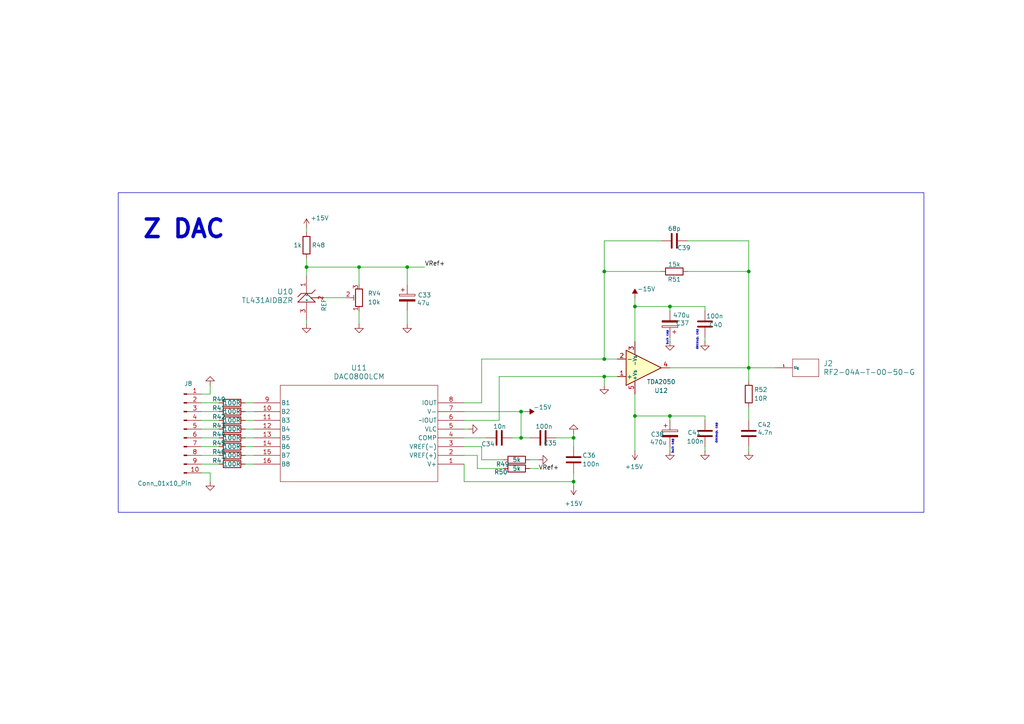
<source format=kicad_sch>
(kicad_sch
	(version 20231120)
	(generator "eeschema")
	(generator_version "8.0")
	(uuid "802c36cd-a2be-4ac5-bbc0-f2fae7ede747")
	(paper "A4")
	(lib_symbols
		(symbol "Amplifier_Audio:TDA2050"
			(pin_names
				(offset 0.127)
			)
			(exclude_from_sim no)
			(in_bom yes)
			(on_board yes)
			(property "Reference" "U"
				(at 3.81 6.35 0)
				(effects
					(font
						(size 1.27 1.27)
					)
				)
			)
			(property "Value" "TDA2050"
				(at 3.81 3.81 0)
				(effects
					(font
						(size 1.27 1.27)
					)
				)
			)
			(property "Footprint" "Package_TO_SOT_THT:TO-220-5_P3.4x3.7mm_StaggerOdd_Lead3.8mm_Vertical"
				(at 0 0 0)
				(effects
					(font
						(size 1.27 1.27)
						(italic yes)
					)
					(hide yes)
				)
			)
			(property "Datasheet" "http://www.st.com/resource/en/datasheet/cd00000131.pdf"
				(at 0 0 0)
				(effects
					(font
						(size 1.27 1.27)
					)
					(hide yes)
				)
			)
			(property "Description" "32W Hi-Fi Audio Amplifier, TO-220-5"
				(at 0 0 0)
				(effects
					(font
						(size 1.27 1.27)
					)
					(hide yes)
				)
			)
			(property "ki_keywords" "audio amplifier"
				(at 0 0 0)
				(effects
					(font
						(size 1.27 1.27)
					)
					(hide yes)
				)
			)
			(property "ki_fp_filters" "TO*220*StaggerOdd*"
				(at 0 0 0)
				(effects
					(font
						(size 1.27 1.27)
					)
					(hide yes)
				)
			)
			(symbol "TDA2050_0_1"
				(polyline
					(pts
						(xy -5.08 5.08) (xy 5.08 0) (xy -5.08 -5.08) (xy -5.08 5.08)
					)
					(stroke
						(width 0.254)
						(type default)
					)
					(fill
						(type background)
					)
				)
			)
			(symbol "TDA2050_1_1"
				(pin input line
					(at -7.62 2.54 0)
					(length 2.54)
					(name "+"
						(effects
							(font
								(size 1.27 1.27)
							)
						)
					)
					(number "1"
						(effects
							(font
								(size 1.27 1.27)
							)
						)
					)
				)
				(pin input line
					(at -7.62 -2.54 0)
					(length 2.54)
					(name "-"
						(effects
							(font
								(size 1.27 1.27)
							)
						)
					)
					(number "2"
						(effects
							(font
								(size 1.27 1.27)
							)
						)
					)
				)
				(pin power_in line
					(at -2.54 -7.62 90)
					(length 3.81)
					(name "-Vs"
						(effects
							(font
								(size 1.016 1.016)
							)
						)
					)
					(number "3"
						(effects
							(font
								(size 1.27 1.27)
							)
						)
					)
				)
				(pin output line
					(at 7.62 0 180)
					(length 2.54)
					(name "~"
						(effects
							(font
								(size 1.27 1.27)
							)
						)
					)
					(number "4"
						(effects
							(font
								(size 1.27 1.27)
							)
						)
					)
				)
				(pin power_in line
					(at -2.54 7.62 270)
					(length 3.81)
					(name "+Vs"
						(effects
							(font
								(size 1.016 1.016)
							)
						)
					)
					(number "5"
						(effects
							(font
								(size 1.27 1.27)
							)
						)
					)
				)
			)
		)
		(symbol "Connector:Conn_01x10_Pin"
			(pin_names
				(offset 1.016) hide)
			(exclude_from_sim no)
			(in_bom yes)
			(on_board yes)
			(property "Reference" "J"
				(at 0 12.7 0)
				(effects
					(font
						(size 1.27 1.27)
					)
				)
			)
			(property "Value" "Conn_01x10_Pin"
				(at 0 -15.24 0)
				(effects
					(font
						(size 1.27 1.27)
					)
				)
			)
			(property "Footprint" ""
				(at 0 0 0)
				(effects
					(font
						(size 1.27 1.27)
					)
					(hide yes)
				)
			)
			(property "Datasheet" "~"
				(at 0 0 0)
				(effects
					(font
						(size 1.27 1.27)
					)
					(hide yes)
				)
			)
			(property "Description" "Generic connector, single row, 01x10, script generated"
				(at 0 0 0)
				(effects
					(font
						(size 1.27 1.27)
					)
					(hide yes)
				)
			)
			(property "ki_locked" ""
				(at 0 0 0)
				(effects
					(font
						(size 1.27 1.27)
					)
				)
			)
			(property "ki_keywords" "connector"
				(at 0 0 0)
				(effects
					(font
						(size 1.27 1.27)
					)
					(hide yes)
				)
			)
			(property "ki_fp_filters" "Connector*:*_1x??_*"
				(at 0 0 0)
				(effects
					(font
						(size 1.27 1.27)
					)
					(hide yes)
				)
			)
			(symbol "Conn_01x10_Pin_1_1"
				(polyline
					(pts
						(xy 1.27 -12.7) (xy 0.8636 -12.7)
					)
					(stroke
						(width 0.1524)
						(type default)
					)
					(fill
						(type none)
					)
				)
				(polyline
					(pts
						(xy 1.27 -10.16) (xy 0.8636 -10.16)
					)
					(stroke
						(width 0.1524)
						(type default)
					)
					(fill
						(type none)
					)
				)
				(polyline
					(pts
						(xy 1.27 -7.62) (xy 0.8636 -7.62)
					)
					(stroke
						(width 0.1524)
						(type default)
					)
					(fill
						(type none)
					)
				)
				(polyline
					(pts
						(xy 1.27 -5.08) (xy 0.8636 -5.08)
					)
					(stroke
						(width 0.1524)
						(type default)
					)
					(fill
						(type none)
					)
				)
				(polyline
					(pts
						(xy 1.27 -2.54) (xy 0.8636 -2.54)
					)
					(stroke
						(width 0.1524)
						(type default)
					)
					(fill
						(type none)
					)
				)
				(polyline
					(pts
						(xy 1.27 0) (xy 0.8636 0)
					)
					(stroke
						(width 0.1524)
						(type default)
					)
					(fill
						(type none)
					)
				)
				(polyline
					(pts
						(xy 1.27 2.54) (xy 0.8636 2.54)
					)
					(stroke
						(width 0.1524)
						(type default)
					)
					(fill
						(type none)
					)
				)
				(polyline
					(pts
						(xy 1.27 5.08) (xy 0.8636 5.08)
					)
					(stroke
						(width 0.1524)
						(type default)
					)
					(fill
						(type none)
					)
				)
				(polyline
					(pts
						(xy 1.27 7.62) (xy 0.8636 7.62)
					)
					(stroke
						(width 0.1524)
						(type default)
					)
					(fill
						(type none)
					)
				)
				(polyline
					(pts
						(xy 1.27 10.16) (xy 0.8636 10.16)
					)
					(stroke
						(width 0.1524)
						(type default)
					)
					(fill
						(type none)
					)
				)
				(rectangle
					(start 0.8636 -12.573)
					(end 0 -12.827)
					(stroke
						(width 0.1524)
						(type default)
					)
					(fill
						(type outline)
					)
				)
				(rectangle
					(start 0.8636 -10.033)
					(end 0 -10.287)
					(stroke
						(width 0.1524)
						(type default)
					)
					(fill
						(type outline)
					)
				)
				(rectangle
					(start 0.8636 -7.493)
					(end 0 -7.747)
					(stroke
						(width 0.1524)
						(type default)
					)
					(fill
						(type outline)
					)
				)
				(rectangle
					(start 0.8636 -4.953)
					(end 0 -5.207)
					(stroke
						(width 0.1524)
						(type default)
					)
					(fill
						(type outline)
					)
				)
				(rectangle
					(start 0.8636 -2.413)
					(end 0 -2.667)
					(stroke
						(width 0.1524)
						(type default)
					)
					(fill
						(type outline)
					)
				)
				(rectangle
					(start 0.8636 0.127)
					(end 0 -0.127)
					(stroke
						(width 0.1524)
						(type default)
					)
					(fill
						(type outline)
					)
				)
				(rectangle
					(start 0.8636 2.667)
					(end 0 2.413)
					(stroke
						(width 0.1524)
						(type default)
					)
					(fill
						(type outline)
					)
				)
				(rectangle
					(start 0.8636 5.207)
					(end 0 4.953)
					(stroke
						(width 0.1524)
						(type default)
					)
					(fill
						(type outline)
					)
				)
				(rectangle
					(start 0.8636 7.747)
					(end 0 7.493)
					(stroke
						(width 0.1524)
						(type default)
					)
					(fill
						(type outline)
					)
				)
				(rectangle
					(start 0.8636 10.287)
					(end 0 10.033)
					(stroke
						(width 0.1524)
						(type default)
					)
					(fill
						(type outline)
					)
				)
				(pin passive line
					(at 5.08 10.16 180)
					(length 3.81)
					(name "Pin_1"
						(effects
							(font
								(size 1.27 1.27)
							)
						)
					)
					(number "1"
						(effects
							(font
								(size 1.27 1.27)
							)
						)
					)
				)
				(pin passive line
					(at 5.08 -12.7 180)
					(length 3.81)
					(name "Pin_10"
						(effects
							(font
								(size 1.27 1.27)
							)
						)
					)
					(number "10"
						(effects
							(font
								(size 1.27 1.27)
							)
						)
					)
				)
				(pin passive line
					(at 5.08 7.62 180)
					(length 3.81)
					(name "Pin_2"
						(effects
							(font
								(size 1.27 1.27)
							)
						)
					)
					(number "2"
						(effects
							(font
								(size 1.27 1.27)
							)
						)
					)
				)
				(pin passive line
					(at 5.08 5.08 180)
					(length 3.81)
					(name "Pin_3"
						(effects
							(font
								(size 1.27 1.27)
							)
						)
					)
					(number "3"
						(effects
							(font
								(size 1.27 1.27)
							)
						)
					)
				)
				(pin passive line
					(at 5.08 2.54 180)
					(length 3.81)
					(name "Pin_4"
						(effects
							(font
								(size 1.27 1.27)
							)
						)
					)
					(number "4"
						(effects
							(font
								(size 1.27 1.27)
							)
						)
					)
				)
				(pin passive line
					(at 5.08 0 180)
					(length 3.81)
					(name "Pin_5"
						(effects
							(font
								(size 1.27 1.27)
							)
						)
					)
					(number "5"
						(effects
							(font
								(size 1.27 1.27)
							)
						)
					)
				)
				(pin passive line
					(at 5.08 -2.54 180)
					(length 3.81)
					(name "Pin_6"
						(effects
							(font
								(size 1.27 1.27)
							)
						)
					)
					(number "6"
						(effects
							(font
								(size 1.27 1.27)
							)
						)
					)
				)
				(pin passive line
					(at 5.08 -5.08 180)
					(length 3.81)
					(name "Pin_7"
						(effects
							(font
								(size 1.27 1.27)
							)
						)
					)
					(number "7"
						(effects
							(font
								(size 1.27 1.27)
							)
						)
					)
				)
				(pin passive line
					(at 5.08 -7.62 180)
					(length 3.81)
					(name "Pin_8"
						(effects
							(font
								(size 1.27 1.27)
							)
						)
					)
					(number "8"
						(effects
							(font
								(size 1.27 1.27)
							)
						)
					)
				)
				(pin passive line
					(at 5.08 -10.16 180)
					(length 3.81)
					(name "Pin_9"
						(effects
							(font
								(size 1.27 1.27)
							)
						)
					)
					(number "9"
						(effects
							(font
								(size 1.27 1.27)
							)
						)
					)
				)
			)
		)
		(symbol "DAC0800LCM_SMT:DAC0800LCM"
			(pin_names
				(offset 0.254)
			)
			(exclude_from_sim no)
			(in_bom yes)
			(on_board yes)
			(property "Reference" "U"
				(at 30.48 10.16 0)
				(effects
					(font
						(size 1.524 1.524)
					)
				)
			)
			(property "Value" "DAC0800LCM"
				(at 30.48 7.62 0)
				(effects
					(font
						(size 1.524 1.524)
					)
				)
			)
			(property "Footprint" "M16A_TEX"
				(at 0 0 0)
				(effects
					(font
						(size 1.27 1.27)
						(italic yes)
					)
					(hide yes)
				)
			)
			(property "Datasheet" "DAC0800LCM"
				(at 0 0 0)
				(effects
					(font
						(size 1.27 1.27)
						(italic yes)
					)
					(hide yes)
				)
			)
			(property "Description" ""
				(at 0 0 0)
				(effects
					(font
						(size 1.27 1.27)
					)
					(hide yes)
				)
			)
			(property "ki_locked" ""
				(at 0 0 0)
				(effects
					(font
						(size 1.27 1.27)
					)
				)
			)
			(property "ki_keywords" "DAC0800LCM"
				(at 0 0 0)
				(effects
					(font
						(size 1.27 1.27)
					)
					(hide yes)
				)
			)
			(property "ki_fp_filters" "M16A_TEX M16A_TEX-M M16A_TEX-L"
				(at 0 0 0)
				(effects
					(font
						(size 1.27 1.27)
					)
					(hide yes)
				)
			)
			(symbol "DAC0800LCM_0_1"
				(polyline
					(pts
						(xy 7.62 -22.86) (xy 53.34 -22.86)
					)
					(stroke
						(width 0.127)
						(type default)
					)
					(fill
						(type none)
					)
				)
				(polyline
					(pts
						(xy 7.62 5.08) (xy 7.62 -22.86)
					)
					(stroke
						(width 0.127)
						(type default)
					)
					(fill
						(type none)
					)
				)
				(polyline
					(pts
						(xy 53.34 -22.86) (xy 53.34 5.08)
					)
					(stroke
						(width 0.127)
						(type default)
					)
					(fill
						(type none)
					)
				)
				(polyline
					(pts
						(xy 53.34 5.08) (xy 7.62 5.08)
					)
					(stroke
						(width 0.127)
						(type default)
					)
					(fill
						(type none)
					)
				)
				(pin power_in line
					(at 0 0 0)
					(length 7.62)
					(name "V+"
						(effects
							(font
								(size 1.27 1.27)
							)
						)
					)
					(number "1"
						(effects
							(font
								(size 1.27 1.27)
							)
						)
					)
				)
				(pin input line
					(at 60.96 -15.24 180)
					(length 7.62)
					(name "B2"
						(effects
							(font
								(size 1.27 1.27)
							)
						)
					)
					(number "10"
						(effects
							(font
								(size 1.27 1.27)
							)
						)
					)
				)
				(pin input line
					(at 60.96 -12.7 180)
					(length 7.62)
					(name "B3"
						(effects
							(font
								(size 1.27 1.27)
							)
						)
					)
					(number "11"
						(effects
							(font
								(size 1.27 1.27)
							)
						)
					)
				)
				(pin input line
					(at 60.96 -10.16 180)
					(length 7.62)
					(name "B4"
						(effects
							(font
								(size 1.27 1.27)
							)
						)
					)
					(number "12"
						(effects
							(font
								(size 1.27 1.27)
							)
						)
					)
				)
				(pin input line
					(at 60.96 -7.62 180)
					(length 7.62)
					(name "B5"
						(effects
							(font
								(size 1.27 1.27)
							)
						)
					)
					(number "13"
						(effects
							(font
								(size 1.27 1.27)
							)
						)
					)
				)
				(pin input line
					(at 60.96 -5.08 180)
					(length 7.62)
					(name "B6"
						(effects
							(font
								(size 1.27 1.27)
							)
						)
					)
					(number "14"
						(effects
							(font
								(size 1.27 1.27)
							)
						)
					)
				)
				(pin input line
					(at 60.96 -2.54 180)
					(length 7.62)
					(name "B7"
						(effects
							(font
								(size 1.27 1.27)
							)
						)
					)
					(number "15"
						(effects
							(font
								(size 1.27 1.27)
							)
						)
					)
				)
				(pin input line
					(at 60.96 0 180)
					(length 7.62)
					(name "B8"
						(effects
							(font
								(size 1.27 1.27)
							)
						)
					)
					(number "16"
						(effects
							(font
								(size 1.27 1.27)
							)
						)
					)
				)
				(pin input line
					(at 0 -2.54 0)
					(length 7.62)
					(name "VREF(+)"
						(effects
							(font
								(size 1.27 1.27)
							)
						)
					)
					(number "2"
						(effects
							(font
								(size 1.27 1.27)
							)
						)
					)
				)
				(pin input line
					(at 0 -5.08 0)
					(length 7.62)
					(name "VREF(-)"
						(effects
							(font
								(size 1.27 1.27)
							)
						)
					)
					(number "3"
						(effects
							(font
								(size 1.27 1.27)
							)
						)
					)
				)
				(pin passive line
					(at 0 -7.62 0)
					(length 7.62)
					(name "COMP"
						(effects
							(font
								(size 1.27 1.27)
							)
						)
					)
					(number "4"
						(effects
							(font
								(size 1.27 1.27)
							)
						)
					)
				)
				(pin input line
					(at 0 -10.16 0)
					(length 7.62)
					(name "VLC"
						(effects
							(font
								(size 1.27 1.27)
							)
						)
					)
					(number "5"
						(effects
							(font
								(size 1.27 1.27)
							)
						)
					)
				)
				(pin output line
					(at 0 -12.7 0)
					(length 7.62)
					(name "~IOUT"
						(effects
							(font
								(size 1.27 1.27)
							)
						)
					)
					(number "6"
						(effects
							(font
								(size 1.27 1.27)
							)
						)
					)
				)
				(pin power_in line
					(at 0 -15.24 0)
					(length 7.62)
					(name "V-"
						(effects
							(font
								(size 1.27 1.27)
							)
						)
					)
					(number "7"
						(effects
							(font
								(size 1.27 1.27)
							)
						)
					)
				)
				(pin output line
					(at 0 -17.78 0)
					(length 7.62)
					(name "IOUT"
						(effects
							(font
								(size 1.27 1.27)
							)
						)
					)
					(number "8"
						(effects
							(font
								(size 1.27 1.27)
							)
						)
					)
				)
				(pin input line
					(at 60.96 -17.78 180)
					(length 7.62)
					(name "B1"
						(effects
							(font
								(size 1.27 1.27)
							)
						)
					)
					(number "9"
						(effects
							(font
								(size 1.27 1.27)
							)
						)
					)
				)
			)
		)
		(symbol "Device:C"
			(pin_numbers hide)
			(pin_names
				(offset 0.254)
			)
			(exclude_from_sim no)
			(in_bom yes)
			(on_board yes)
			(property "Reference" "C"
				(at 0.635 2.54 0)
				(effects
					(font
						(size 1.27 1.27)
					)
					(justify left)
				)
			)
			(property "Value" "C"
				(at 0.635 -2.54 0)
				(effects
					(font
						(size 1.27 1.27)
					)
					(justify left)
				)
			)
			(property "Footprint" ""
				(at 0.9652 -3.81 0)
				(effects
					(font
						(size 1.27 1.27)
					)
					(hide yes)
				)
			)
			(property "Datasheet" "~"
				(at 0 0 0)
				(effects
					(font
						(size 1.27 1.27)
					)
					(hide yes)
				)
			)
			(property "Description" "Unpolarized capacitor"
				(at 0 0 0)
				(effects
					(font
						(size 1.27 1.27)
					)
					(hide yes)
				)
			)
			(property "ki_keywords" "cap capacitor"
				(at 0 0 0)
				(effects
					(font
						(size 1.27 1.27)
					)
					(hide yes)
				)
			)
			(property "ki_fp_filters" "C_*"
				(at 0 0 0)
				(effects
					(font
						(size 1.27 1.27)
					)
					(hide yes)
				)
			)
			(symbol "C_0_1"
				(polyline
					(pts
						(xy -2.032 -0.762) (xy 2.032 -0.762)
					)
					(stroke
						(width 0.508)
						(type default)
					)
					(fill
						(type none)
					)
				)
				(polyline
					(pts
						(xy -2.032 0.762) (xy 2.032 0.762)
					)
					(stroke
						(width 0.508)
						(type default)
					)
					(fill
						(type none)
					)
				)
			)
			(symbol "C_1_1"
				(pin passive line
					(at 0 3.81 270)
					(length 2.794)
					(name "~"
						(effects
							(font
								(size 1.27 1.27)
							)
						)
					)
					(number "1"
						(effects
							(font
								(size 1.27 1.27)
							)
						)
					)
				)
				(pin passive line
					(at 0 -3.81 90)
					(length 2.794)
					(name "~"
						(effects
							(font
								(size 1.27 1.27)
							)
						)
					)
					(number "2"
						(effects
							(font
								(size 1.27 1.27)
							)
						)
					)
				)
			)
		)
		(symbol "Device:C_Polarized"
			(pin_numbers hide)
			(pin_names
				(offset 0.254)
			)
			(exclude_from_sim no)
			(in_bom yes)
			(on_board yes)
			(property "Reference" "C"
				(at 0.635 2.54 0)
				(effects
					(font
						(size 1.27 1.27)
					)
					(justify left)
				)
			)
			(property "Value" "C_Polarized"
				(at 0.635 -2.54 0)
				(effects
					(font
						(size 1.27 1.27)
					)
					(justify left)
				)
			)
			(property "Footprint" ""
				(at 0.9652 -3.81 0)
				(effects
					(font
						(size 1.27 1.27)
					)
					(hide yes)
				)
			)
			(property "Datasheet" "~"
				(at 0 0 0)
				(effects
					(font
						(size 1.27 1.27)
					)
					(hide yes)
				)
			)
			(property "Description" "Polarized capacitor"
				(at 0 0 0)
				(effects
					(font
						(size 1.27 1.27)
					)
					(hide yes)
				)
			)
			(property "ki_keywords" "cap capacitor"
				(at 0 0 0)
				(effects
					(font
						(size 1.27 1.27)
					)
					(hide yes)
				)
			)
			(property "ki_fp_filters" "CP_*"
				(at 0 0 0)
				(effects
					(font
						(size 1.27 1.27)
					)
					(hide yes)
				)
			)
			(symbol "C_Polarized_0_1"
				(rectangle
					(start -2.286 0.508)
					(end 2.286 1.016)
					(stroke
						(width 0)
						(type default)
					)
					(fill
						(type none)
					)
				)
				(polyline
					(pts
						(xy -1.778 2.286) (xy -0.762 2.286)
					)
					(stroke
						(width 0)
						(type default)
					)
					(fill
						(type none)
					)
				)
				(polyline
					(pts
						(xy -1.27 2.794) (xy -1.27 1.778)
					)
					(stroke
						(width 0)
						(type default)
					)
					(fill
						(type none)
					)
				)
				(rectangle
					(start 2.286 -0.508)
					(end -2.286 -1.016)
					(stroke
						(width 0)
						(type default)
					)
					(fill
						(type outline)
					)
				)
			)
			(symbol "C_Polarized_1_1"
				(pin passive line
					(at 0 3.81 270)
					(length 2.794)
					(name "~"
						(effects
							(font
								(size 1.27 1.27)
							)
						)
					)
					(number "1"
						(effects
							(font
								(size 1.27 1.27)
							)
						)
					)
				)
				(pin passive line
					(at 0 -3.81 90)
					(length 2.794)
					(name "~"
						(effects
							(font
								(size 1.27 1.27)
							)
						)
					)
					(number "2"
						(effects
							(font
								(size 1.27 1.27)
							)
						)
					)
				)
			)
		)
		(symbol "Device:R"
			(pin_numbers hide)
			(pin_names
				(offset 0)
			)
			(exclude_from_sim no)
			(in_bom yes)
			(on_board yes)
			(property "Reference" "R"
				(at 2.032 0 90)
				(effects
					(font
						(size 1.27 1.27)
					)
				)
			)
			(property "Value" "R"
				(at 0 0 90)
				(effects
					(font
						(size 1.27 1.27)
					)
				)
			)
			(property "Footprint" ""
				(at -1.778 0 90)
				(effects
					(font
						(size 1.27 1.27)
					)
					(hide yes)
				)
			)
			(property "Datasheet" "~"
				(at 0 0 0)
				(effects
					(font
						(size 1.27 1.27)
					)
					(hide yes)
				)
			)
			(property "Description" "Resistor"
				(at 0 0 0)
				(effects
					(font
						(size 1.27 1.27)
					)
					(hide yes)
				)
			)
			(property "ki_keywords" "R res resistor"
				(at 0 0 0)
				(effects
					(font
						(size 1.27 1.27)
					)
					(hide yes)
				)
			)
			(property "ki_fp_filters" "R_*"
				(at 0 0 0)
				(effects
					(font
						(size 1.27 1.27)
					)
					(hide yes)
				)
			)
			(symbol "R_0_1"
				(rectangle
					(start -1.016 -2.54)
					(end 1.016 2.54)
					(stroke
						(width 0.254)
						(type default)
					)
					(fill
						(type none)
					)
				)
			)
			(symbol "R_1_1"
				(pin passive line
					(at 0 3.81 270)
					(length 1.27)
					(name "~"
						(effects
							(font
								(size 1.27 1.27)
							)
						)
					)
					(number "1"
						(effects
							(font
								(size 1.27 1.27)
							)
						)
					)
				)
				(pin passive line
					(at 0 -3.81 90)
					(length 1.27)
					(name "~"
						(effects
							(font
								(size 1.27 1.27)
							)
						)
					)
					(number "2"
						(effects
							(font
								(size 1.27 1.27)
							)
						)
					)
				)
			)
		)
		(symbol "Device:R_Potentiometer_Trim"
			(pin_names
				(offset 1.016) hide)
			(exclude_from_sim no)
			(in_bom yes)
			(on_board yes)
			(property "Reference" "RV"
				(at -4.445 0 90)
				(effects
					(font
						(size 1.27 1.27)
					)
				)
			)
			(property "Value" "R_Potentiometer_Trim"
				(at -2.54 0 90)
				(effects
					(font
						(size 1.27 1.27)
					)
				)
			)
			(property "Footprint" ""
				(at 0 0 0)
				(effects
					(font
						(size 1.27 1.27)
					)
					(hide yes)
				)
			)
			(property "Datasheet" "~"
				(at 0 0 0)
				(effects
					(font
						(size 1.27 1.27)
					)
					(hide yes)
				)
			)
			(property "Description" "Trim-potentiometer"
				(at 0 0 0)
				(effects
					(font
						(size 1.27 1.27)
					)
					(hide yes)
				)
			)
			(property "ki_keywords" "resistor variable trimpot trimmer"
				(at 0 0 0)
				(effects
					(font
						(size 1.27 1.27)
					)
					(hide yes)
				)
			)
			(property "ki_fp_filters" "Potentiometer*"
				(at 0 0 0)
				(effects
					(font
						(size 1.27 1.27)
					)
					(hide yes)
				)
			)
			(symbol "R_Potentiometer_Trim_0_1"
				(polyline
					(pts
						(xy 1.524 0.762) (xy 1.524 -0.762)
					)
					(stroke
						(width 0)
						(type default)
					)
					(fill
						(type none)
					)
				)
				(polyline
					(pts
						(xy 2.54 0) (xy 1.524 0)
					)
					(stroke
						(width 0)
						(type default)
					)
					(fill
						(type none)
					)
				)
				(rectangle
					(start 1.016 2.54)
					(end -1.016 -2.54)
					(stroke
						(width 0.254)
						(type default)
					)
					(fill
						(type none)
					)
				)
			)
			(symbol "R_Potentiometer_Trim_1_1"
				(pin passive line
					(at 0 3.81 270)
					(length 1.27)
					(name "1"
						(effects
							(font
								(size 1.27 1.27)
							)
						)
					)
					(number "1"
						(effects
							(font
								(size 1.27 1.27)
							)
						)
					)
				)
				(pin passive line
					(at 3.81 0 180)
					(length 1.27)
					(name "2"
						(effects
							(font
								(size 1.27 1.27)
							)
						)
					)
					(number "2"
						(effects
							(font
								(size 1.27 1.27)
							)
						)
					)
				)
				(pin passive line
					(at 0 -3.81 90)
					(length 1.27)
					(name "3"
						(effects
							(font
								(size 1.27 1.27)
							)
						)
					)
					(number "3"
						(effects
							(font
								(size 1.27 1.27)
							)
						)
					)
				)
			)
		)
		(symbol "SMA_Connector:RF2-04A-T-00-50-G"
			(pin_names
				(offset 0.254)
			)
			(exclude_from_sim no)
			(in_bom yes)
			(on_board yes)
			(property "Reference" "J"
				(at 8.89 6.35 0)
				(effects
					(font
						(size 1.524 1.524)
					)
				)
			)
			(property "Value" "RF2-04A-T-00-50-G"
				(at -10.668 -7.62 0)
				(effects
					(font
						(size 1.524 1.524)
					)
				)
			)
			(property "Footprint" "CONN_RF2-04A-T-00-50-G_ADM"
				(at 0.762 9.144 0)
				(effects
					(font
						(size 1.27 1.27)
						(italic yes)
					)
					(hide yes)
				)
			)
			(property "Datasheet" "RF2-04A-T-00-50-G"
				(at -7.62 -2.794 0)
				(effects
					(font
						(size 1.27 1.27)
						(italic yes)
					)
					(hide yes)
				)
			)
			(property "Description" ""
				(at 0 0 0)
				(effects
					(font
						(size 1.27 1.27)
					)
					(hide yes)
				)
			)
			(property "ki_locked" ""
				(at 0 0 0)
				(effects
					(font
						(size 1.27 1.27)
					)
				)
			)
			(property "ki_keywords" "RF2-04A-T-00-50-G"
				(at 0 0 0)
				(effects
					(font
						(size 1.27 1.27)
					)
					(hide yes)
				)
			)
			(property "ki_fp_filters" "CONN_RF2-04A-T-00-50-G_ADM"
				(at 0 0 0)
				(effects
					(font
						(size 1.27 1.27)
					)
					(hide yes)
				)
			)
			(symbol "RF2-04A-T-00-50-G_1_1"
				(polyline
					(pts
						(xy 5.08 -2.54) (xy 12.7 -2.54)
					)
					(stroke
						(width 0.127)
						(type default)
					)
					(fill
						(type none)
					)
				)
				(polyline
					(pts
						(xy 5.08 2.54) (xy 5.08 -2.54)
					)
					(stroke
						(width 0.127)
						(type default)
					)
					(fill
						(type none)
					)
				)
				(polyline
					(pts
						(xy 12.7 -2.54) (xy 12.7 2.54)
					)
					(stroke
						(width 0.127)
						(type default)
					)
					(fill
						(type none)
					)
				)
				(polyline
					(pts
						(xy 12.7 2.54) (xy 5.08 2.54)
					)
					(stroke
						(width 0.127)
						(type default)
					)
					(fill
						(type none)
					)
				)
				(pin unspecified line
					(at 0 0 0)
					(length 5.08)
					(name "Sig"
						(effects
							(font
								(size 0.635 0.635)
							)
						)
					)
					(number "1"
						(effects
							(font
								(size 0.635 0.635)
							)
						)
					)
				)
			)
			(symbol "RF2-04A-T-00-50-G_1_2"
				(polyline
					(pts
						(xy 5.08 -2.54) (xy 12.7 -2.54)
					)
					(stroke
						(width 0.127)
						(type default)
					)
					(fill
						(type none)
					)
				)
				(polyline
					(pts
						(xy 5.08 2.54) (xy 5.08 -2.54)
					)
					(stroke
						(width 0.127)
						(type default)
					)
					(fill
						(type none)
					)
				)
				(polyline
					(pts
						(xy 7.62 0) (xy 5.08 0)
					)
					(stroke
						(width 0.127)
						(type default)
					)
					(fill
						(type none)
					)
				)
				(polyline
					(pts
						(xy 7.62 0) (xy 8.89 -0.8467)
					)
					(stroke
						(width 0.127)
						(type default)
					)
					(fill
						(type none)
					)
				)
				(polyline
					(pts
						(xy 7.62 0) (xy 8.89 0.8467)
					)
					(stroke
						(width 0.127)
						(type default)
					)
					(fill
						(type none)
					)
				)
				(polyline
					(pts
						(xy 12.7 -2.54) (xy 12.7 2.54)
					)
					(stroke
						(width 0.127)
						(type default)
					)
					(fill
						(type none)
					)
				)
				(polyline
					(pts
						(xy 12.7 2.54) (xy 5.08 2.54)
					)
					(stroke
						(width 0.127)
						(type default)
					)
					(fill
						(type none)
					)
				)
				(pin unspecified line
					(at 0 0 0)
					(length 5.08)
					(name "1"
						(effects
							(font
								(size 1.27 1.27)
							)
						)
					)
					(number "1"
						(effects
							(font
								(size 1.27 1.27)
							)
						)
					)
				)
			)
		)
		(symbol "TL431AIDBZR_1"
			(pin_names
				(offset 0.254)
			)
			(exclude_from_sim no)
			(in_bom yes)
			(on_board yes)
			(property "Reference" "U4"
				(at 0.762 7.62 0)
				(effects
					(font
						(size 1.524 1.524)
					)
				)
			)
			(property "Value" "TL431AIDBZR"
				(at 0.762 5.08 0)
				(effects
					(font
						(size 1.524 1.524)
					)
				)
			)
			(property "Footprint" "DBZ0003A_N"
				(at -0.762 7.366 0)
				(effects
					(font
						(size 1.27 1.27)
						(italic yes)
					)
					(hide yes)
				)
			)
			(property "Datasheet" "TL431AIDBZR"
				(at -0.508 5.334 0)
				(effects
					(font
						(size 1.27 1.27)
						(italic yes)
					)
					(hide yes)
				)
			)
			(property "Description" ""
				(at 0 0 0)
				(effects
					(font
						(size 1.27 1.27)
					)
					(hide yes)
				)
			)
			(property "ki_locked" ""
				(at 0 0 0)
				(effects
					(font
						(size 1.27 1.27)
					)
				)
			)
			(property "ki_keywords" "TL431AIDBZR"
				(at 0 0 0)
				(effects
					(font
						(size 1.27 1.27)
					)
					(hide yes)
				)
			)
			(property "ki_fp_filters" "DBZ0003A_N DBZ0003A_M DBZ0003A_L"
				(at 0 0 0)
				(effects
					(font
						(size 1.27 1.27)
					)
					(hide yes)
				)
			)
			(symbol "TL431AIDBZR_1_0_1"
				(polyline
					(pts
						(xy -1.016 -2.54) (xy 0 -1.524)
					)
					(stroke
						(width 0.2032)
						(type default)
					)
					(fill
						(type none)
					)
				)
				(polyline
					(pts
						(xy 0 -1.524) (xy 0 1.524)
					)
					(stroke
						(width 0.2032)
						(type default)
					)
					(fill
						(type none)
					)
				)
				(polyline
					(pts
						(xy 0 0) (xy 2.54 2.54)
					)
					(stroke
						(width 0.2032)
						(type default)
					)
					(fill
						(type none)
					)
				)
				(polyline
					(pts
						(xy 0 1.524) (xy 1.016 2.54)
					)
					(stroke
						(width 0.2032)
						(type default)
					)
					(fill
						(type none)
					)
				)
				(polyline
					(pts
						(xy 1.27 -5.08) (xy 1.27 -1.27)
					)
					(stroke
						(width 0.2032)
						(type default)
					)
					(fill
						(type none)
					)
				)
				(polyline
					(pts
						(xy 2.54 -2.54) (xy 0 0)
					)
					(stroke
						(width 0.2032)
						(type default)
					)
					(fill
						(type none)
					)
				)
				(polyline
					(pts
						(xy 2.54 2.54) (xy 2.54 -2.54)
					)
					(stroke
						(width 0.2032)
						(type default)
					)
					(fill
						(type none)
					)
				)
			)
			(symbol "TL431AIDBZR_1_1_1"
				(pin unspecified line
					(at -5.08 0 0)
					(length 5.08)
					(name "c"
						(effects
							(font
								(size 0.508 0.508)
							)
						)
					)
					(number "1"
						(effects
							(font
								(size 1.27 1.27)
							)
						)
					)
				)
				(pin input line
					(at 1.27 -5.08 0)
					(length 0)
					(name "REF"
						(effects
							(font
								(size 1.27 1.27)
							)
						)
					)
					(number "2"
						(effects
							(font
								(size 1.27 1.27)
							)
						)
					)
				)
				(pin unspecified line
					(at 7.62 0 180)
					(length 5.08)
					(name "a"
						(effects
							(font
								(size 0.508 0.508)
							)
						)
					)
					(number "3"
						(effects
							(font
								(size 1.27 1.27)
							)
						)
					)
				)
			)
		)
		(symbol "power:+15V"
			(power)
			(pin_numbers hide)
			(pin_names
				(offset 0) hide)
			(exclude_from_sim no)
			(in_bom yes)
			(on_board yes)
			(property "Reference" "#PWR"
				(at 0 -3.81 0)
				(effects
					(font
						(size 1.27 1.27)
					)
					(hide yes)
				)
			)
			(property "Value" "+15V"
				(at 0 3.556 0)
				(effects
					(font
						(size 1.27 1.27)
					)
				)
			)
			(property "Footprint" ""
				(at 0 0 0)
				(effects
					(font
						(size 1.27 1.27)
					)
					(hide yes)
				)
			)
			(property "Datasheet" ""
				(at 0 0 0)
				(effects
					(font
						(size 1.27 1.27)
					)
					(hide yes)
				)
			)
			(property "Description" "Power symbol creates a global label with name \"+15V\""
				(at 0 0 0)
				(effects
					(font
						(size 1.27 1.27)
					)
					(hide yes)
				)
			)
			(property "ki_keywords" "global power"
				(at 0 0 0)
				(effects
					(font
						(size 1.27 1.27)
					)
					(hide yes)
				)
			)
			(symbol "+15V_0_1"
				(polyline
					(pts
						(xy -0.762 1.27) (xy 0 2.54)
					)
					(stroke
						(width 0)
						(type default)
					)
					(fill
						(type none)
					)
				)
				(polyline
					(pts
						(xy 0 0) (xy 0 2.54)
					)
					(stroke
						(width 0)
						(type default)
					)
					(fill
						(type none)
					)
				)
				(polyline
					(pts
						(xy 0 2.54) (xy 0.762 1.27)
					)
					(stroke
						(width 0)
						(type default)
					)
					(fill
						(type none)
					)
				)
			)
			(symbol "+15V_1_1"
				(pin power_in line
					(at 0 0 90)
					(length 0)
					(name "~"
						(effects
							(font
								(size 1.27 1.27)
							)
						)
					)
					(number "1"
						(effects
							(font
								(size 1.27 1.27)
							)
						)
					)
				)
			)
		)
		(symbol "power:-15V"
			(power)
			(pin_numbers hide)
			(pin_names
				(offset 0) hide)
			(exclude_from_sim no)
			(in_bom yes)
			(on_board yes)
			(property "Reference" "#PWR"
				(at 0 -3.81 0)
				(effects
					(font
						(size 1.27 1.27)
					)
					(hide yes)
				)
			)
			(property "Value" "-15V"
				(at 0 3.556 0)
				(effects
					(font
						(size 1.27 1.27)
					)
				)
			)
			(property "Footprint" ""
				(at 0 0 0)
				(effects
					(font
						(size 1.27 1.27)
					)
					(hide yes)
				)
			)
			(property "Datasheet" ""
				(at 0 0 0)
				(effects
					(font
						(size 1.27 1.27)
					)
					(hide yes)
				)
			)
			(property "Description" "Power symbol creates a global label with name \"-15V\""
				(at 0 0 0)
				(effects
					(font
						(size 1.27 1.27)
					)
					(hide yes)
				)
			)
			(property "ki_keywords" "global power"
				(at 0 0 0)
				(effects
					(font
						(size 1.27 1.27)
					)
					(hide yes)
				)
			)
			(symbol "-15V_0_0"
				(pin power_in line
					(at 0 0 90)
					(length 0)
					(name "~"
						(effects
							(font
								(size 1.27 1.27)
							)
						)
					)
					(number "1"
						(effects
							(font
								(size 1.27 1.27)
							)
						)
					)
				)
			)
			(symbol "-15V_0_1"
				(polyline
					(pts
						(xy 0 0) (xy 0 1.27) (xy 0.762 1.27) (xy 0 2.54) (xy -0.762 1.27) (xy 0 1.27)
					)
					(stroke
						(width 0)
						(type default)
					)
					(fill
						(type outline)
					)
				)
			)
		)
		(symbol "power:GND"
			(power)
			(pin_numbers hide)
			(pin_names
				(offset 0) hide)
			(exclude_from_sim no)
			(in_bom yes)
			(on_board yes)
			(property "Reference" "#PWR"
				(at 0 -6.35 0)
				(effects
					(font
						(size 1.27 1.27)
					)
					(hide yes)
				)
			)
			(property "Value" "GND"
				(at 0 -3.81 0)
				(effects
					(font
						(size 1.27 1.27)
					)
				)
			)
			(property "Footprint" ""
				(at 0 0 0)
				(effects
					(font
						(size 1.27 1.27)
					)
					(hide yes)
				)
			)
			(property "Datasheet" ""
				(at 0 0 0)
				(effects
					(font
						(size 1.27 1.27)
					)
					(hide yes)
				)
			)
			(property "Description" "Power symbol creates a global label with name \"GND\" , ground"
				(at 0 0 0)
				(effects
					(font
						(size 1.27 1.27)
					)
					(hide yes)
				)
			)
			(property "ki_keywords" "global power"
				(at 0 0 0)
				(effects
					(font
						(size 1.27 1.27)
					)
					(hide yes)
				)
			)
			(symbol "GND_0_1"
				(polyline
					(pts
						(xy 0 0) (xy 0 -1.27) (xy 1.27 -1.27) (xy 0 -2.54) (xy -1.27 -1.27) (xy 0 -1.27)
					)
					(stroke
						(width 0)
						(type default)
					)
					(fill
						(type none)
					)
				)
			)
			(symbol "GND_1_1"
				(pin power_in line
					(at 0 0 270)
					(length 0)
					(name "~"
						(effects
							(font
								(size 1.27 1.27)
							)
						)
					)
					(number "1"
						(effects
							(font
								(size 1.27 1.27)
							)
						)
					)
				)
			)
		)
	)
	(junction
		(at 194.31 88.9)
		(diameter 0)
		(color 0 0 0 0)
		(uuid "0d3c26a8-f6bb-4658-b4d3-b8bc2e2dfda5")
	)
	(junction
		(at 184.15 120.65)
		(diameter 0)
		(color 0 0 0 0)
		(uuid "0fbb6ebf-f0cb-4725-b012-5de7dd3a8dde")
	)
	(junction
		(at 166.37 127)
		(diameter 0)
		(color 0 0 0 0)
		(uuid "1986dbe3-5453-4524-9ce5-06e49421466f")
	)
	(junction
		(at 217.17 106.68)
		(diameter 0)
		(color 0 0 0 0)
		(uuid "22890805-5bd6-461a-84da-89605a68cba2")
	)
	(junction
		(at 175.26 104.14)
		(diameter 0)
		(color 0 0 0 0)
		(uuid "22e8b5bf-fc54-47cf-a311-c657b04c2944")
	)
	(junction
		(at 151.13 119.38)
		(diameter 0)
		(color 0 0 0 0)
		(uuid "2f850781-7451-4941-801d-d8364f128af5")
	)
	(junction
		(at 175.26 109.22)
		(diameter 0)
		(color 0 0 0 0)
		(uuid "31717ee0-655b-42f1-a1ee-4a855d192aab")
	)
	(junction
		(at 166.37 139.7)
		(diameter 0)
		(color 0 0 0 0)
		(uuid "3fb00612-8374-4127-971d-cf8cd3cce10d")
	)
	(junction
		(at 151.13 127)
		(diameter 0)
		(color 0 0 0 0)
		(uuid "5450c687-94c0-43f2-bf29-b214342564df")
	)
	(junction
		(at 175.26 78.74)
		(diameter 0)
		(color 0 0 0 0)
		(uuid "59f7cd7c-ec2a-4ce2-b230-b4ea0aea4f84")
	)
	(junction
		(at 184.15 88.9)
		(diameter 0)
		(color 0 0 0 0)
		(uuid "5dd6bd16-7fa4-4fd4-8c81-9066ac4fcd9b")
	)
	(junction
		(at 217.17 78.74)
		(diameter 0)
		(color 0 0 0 0)
		(uuid "a02756df-38d6-412f-9bae-452957589235")
	)
	(junction
		(at 118.11 77.47)
		(diameter 0)
		(color 0 0 0 0)
		(uuid "ba8950d7-3a91-49f5-b3d6-95dc7a821bf3")
	)
	(junction
		(at 88.9 77.47)
		(diameter 0)
		(color 0 0 0 0)
		(uuid "bb0ee3f7-d415-4cab-a0af-6bc5af381d61")
	)
	(junction
		(at 194.31 120.65)
		(diameter 0)
		(color 0 0 0 0)
		(uuid "d97dc85f-f4d3-444e-a1f0-260b76f93476")
	)
	(junction
		(at 104.14 77.47)
		(diameter 0)
		(color 0 0 0 0)
		(uuid "de501f3b-9dc1-4cb9-82ac-38d6bbf3f273")
	)
	(wire
		(pts
			(xy 134.62 134.62) (xy 134.62 139.7)
		)
		(stroke
			(width 0)
			(type default)
		)
		(uuid "005615a5-6277-4bba-8751-b41ee0a48a2c")
	)
	(wire
		(pts
			(xy 194.31 120.65) (xy 204.47 120.65)
		)
		(stroke
			(width 0)
			(type default)
		)
		(uuid "00cbabb8-126d-4571-a49d-a1525ceb47b7")
	)
	(wire
		(pts
			(xy 153.67 135.89) (xy 156.21 135.89)
		)
		(stroke
			(width 0)
			(type default)
		)
		(uuid "0702068c-3354-497c-81a0-5b0261368878")
	)
	(wire
		(pts
			(xy 139.7 104.14) (xy 175.26 104.14)
		)
		(stroke
			(width 0)
			(type default)
		)
		(uuid "09fa53ef-3939-4965-9c43-ca30d102be54")
	)
	(wire
		(pts
			(xy 194.31 129.54) (xy 194.31 130.81)
		)
		(stroke
			(width 0)
			(type default)
		)
		(uuid "0ad943b1-276c-4239-a9f9-6f8cbe750b16")
	)
	(wire
		(pts
			(xy 151.13 119.38) (xy 151.13 127)
		)
		(stroke
			(width 0)
			(type default)
		)
		(uuid "0f6b9875-c182-4019-9bed-fdeb838229f2")
	)
	(wire
		(pts
			(xy 139.7 129.54) (xy 134.62 129.54)
		)
		(stroke
			(width 0)
			(type default)
		)
		(uuid "103f28c2-6276-4a8d-bb5c-19c11931a811")
	)
	(wire
		(pts
			(xy 138.43 132.08) (xy 134.62 132.08)
		)
		(stroke
			(width 0)
			(type default)
		)
		(uuid "150029ff-1013-4a10-9e0c-5f3c2fb6398f")
	)
	(wire
		(pts
			(xy 134.62 124.46) (xy 135.89 124.46)
		)
		(stroke
			(width 0)
			(type default)
		)
		(uuid "198025b2-0016-46ae-b581-018de7641e2a")
	)
	(wire
		(pts
			(xy 204.47 97.79) (xy 204.47 99.06)
		)
		(stroke
			(width 0)
			(type default)
		)
		(uuid "1af08f87-e37c-4431-815c-6477cd0fb6ff")
	)
	(wire
		(pts
			(xy 217.17 69.85) (xy 217.17 78.74)
		)
		(stroke
			(width 0)
			(type default)
		)
		(uuid "1e5b3d92-5254-4ee4-a7df-367f2dd8f775")
	)
	(wire
		(pts
			(xy 71.12 121.92) (xy 73.66 121.92)
		)
		(stroke
			(width 0)
			(type default)
		)
		(uuid "2442a7a4-de00-4e58-8aa6-e2596530944b")
	)
	(wire
		(pts
			(xy 144.78 109.22) (xy 175.26 109.22)
		)
		(stroke
			(width 0)
			(type default)
		)
		(uuid "24638ba0-d95f-46ca-811b-e1c4beb06c10")
	)
	(wire
		(pts
			(xy 58.42 127) (xy 63.5 127)
		)
		(stroke
			(width 0)
			(type default)
		)
		(uuid "26f13089-4ae5-42f8-af2d-392e6e0a075c")
	)
	(wire
		(pts
			(xy 134.62 127) (xy 140.97 127)
		)
		(stroke
			(width 0)
			(type default)
		)
		(uuid "27dd80dc-bf5a-4023-ba4c-796a5df30978")
	)
	(wire
		(pts
			(xy 184.15 88.9) (xy 184.15 99.06)
		)
		(stroke
			(width 0)
			(type default)
		)
		(uuid "2de877df-cfb9-4cb4-bdc9-d324e88a3e28")
	)
	(wire
		(pts
			(xy 104.14 77.47) (xy 118.11 77.47)
		)
		(stroke
			(width 0)
			(type default)
		)
		(uuid "2f6592b4-3295-4096-b04c-fbe6947dade3")
	)
	(wire
		(pts
			(xy 88.9 92.71) (xy 88.9 93.98)
		)
		(stroke
			(width 0)
			(type default)
		)
		(uuid "302f5045-6f1b-47e1-af2a-49d40eaa895f")
	)
	(wire
		(pts
			(xy 93.98 86.36) (xy 100.33 86.36)
		)
		(stroke
			(width 0)
			(type default)
		)
		(uuid "3455c5ca-5106-4528-bb6f-124d273281fe")
	)
	(wire
		(pts
			(xy 153.67 133.35) (xy 156.21 133.35)
		)
		(stroke
			(width 0)
			(type default)
		)
		(uuid "35c636f0-56ad-415f-b233-877c765185b5")
	)
	(wire
		(pts
			(xy 118.11 90.17) (xy 118.11 93.98)
		)
		(stroke
			(width 0)
			(type default)
		)
		(uuid "35f0f31e-42de-4ec5-804d-23636f196d79")
	)
	(wire
		(pts
			(xy 194.31 106.68) (xy 217.17 106.68)
		)
		(stroke
			(width 0)
			(type default)
		)
		(uuid "385da1ac-b9f0-4dbf-98e1-eba625499e98")
	)
	(wire
		(pts
			(xy 204.47 129.54) (xy 204.47 130.81)
		)
		(stroke
			(width 0)
			(type default)
		)
		(uuid "3bc63249-8d7f-4eae-82f8-9069296e2c5e")
	)
	(wire
		(pts
			(xy 71.12 116.84) (xy 73.66 116.84)
		)
		(stroke
			(width 0)
			(type default)
		)
		(uuid "3c73a23a-e5f4-4937-9b23-478028e0a7c5")
	)
	(wire
		(pts
			(xy 58.42 119.38) (xy 63.5 119.38)
		)
		(stroke
			(width 0)
			(type default)
		)
		(uuid "3cdf97f8-c4a2-49ae-ba9c-8030332f436a")
	)
	(wire
		(pts
			(xy 184.15 88.9) (xy 194.31 88.9)
		)
		(stroke
			(width 0)
			(type default)
		)
		(uuid "3fa04421-1b81-45e0-9c02-393a05bc7377")
	)
	(wire
		(pts
			(xy 166.37 139.7) (xy 166.37 140.97)
		)
		(stroke
			(width 0)
			(type default)
		)
		(uuid "402fcce2-2584-4272-80f4-d36dd07bdc4e")
	)
	(wire
		(pts
			(xy 194.31 90.17) (xy 194.31 88.9)
		)
		(stroke
			(width 0)
			(type default)
		)
		(uuid "40bcea83-c245-4dd6-931c-7cb3c0a3682d")
	)
	(wire
		(pts
			(xy 134.62 116.84) (xy 139.7 116.84)
		)
		(stroke
			(width 0)
			(type default)
		)
		(uuid "44cfaf1f-832b-45eb-9a72-2a17656a2751")
	)
	(wire
		(pts
			(xy 217.17 106.68) (xy 217.17 78.74)
		)
		(stroke
			(width 0)
			(type default)
		)
		(uuid "4563f11d-241b-4059-8388-537ae11407b7")
	)
	(wire
		(pts
			(xy 175.26 69.85) (xy 175.26 78.74)
		)
		(stroke
			(width 0)
			(type default)
		)
		(uuid "46118631-6833-4f65-9b81-053b370f9496")
	)
	(wire
		(pts
			(xy 217.17 129.54) (xy 217.17 130.81)
		)
		(stroke
			(width 0)
			(type default)
		)
		(uuid "466dd455-6b91-4154-848d-5b6e6e1f441b")
	)
	(wire
		(pts
			(xy 71.12 127) (xy 73.66 127)
		)
		(stroke
			(width 0)
			(type default)
		)
		(uuid "473a5b71-c921-47c4-8061-cca0532eca46")
	)
	(wire
		(pts
			(xy 139.7 133.35) (xy 146.05 133.35)
		)
		(stroke
			(width 0)
			(type default)
		)
		(uuid "47615f1a-f608-4213-8fa5-36cbd0861ecc")
	)
	(wire
		(pts
			(xy 134.62 121.92) (xy 144.78 121.92)
		)
		(stroke
			(width 0)
			(type default)
		)
		(uuid "4a52c366-f376-4570-b006-d6e2fd767603")
	)
	(wire
		(pts
			(xy 60.96 111.76) (xy 60.96 114.3)
		)
		(stroke
			(width 0)
			(type default)
		)
		(uuid "4ad1d041-1dd8-4523-894b-af288e103a92")
	)
	(wire
		(pts
			(xy 88.9 74.93) (xy 88.9 77.47)
		)
		(stroke
			(width 0)
			(type default)
		)
		(uuid "52b51e25-fc15-44e6-9554-af2e372affda")
	)
	(wire
		(pts
			(xy 184.15 114.3) (xy 184.15 120.65)
		)
		(stroke
			(width 0)
			(type default)
		)
		(uuid "57694d21-821a-4591-bffe-08fa90bebc7f")
	)
	(wire
		(pts
			(xy 217.17 106.68) (xy 217.17 110.49)
		)
		(stroke
			(width 0)
			(type default)
		)
		(uuid "58b63c27-a2bd-4d19-80fe-04c40e620e07")
	)
	(wire
		(pts
			(xy 217.17 78.74) (xy 199.39 78.74)
		)
		(stroke
			(width 0)
			(type default)
		)
		(uuid "61606a3e-dcb8-4d99-991d-608bf43b4c65")
	)
	(wire
		(pts
			(xy 71.12 134.62) (xy 73.66 134.62)
		)
		(stroke
			(width 0)
			(type default)
		)
		(uuid "63ab39cc-df61-4e34-9aa1-9110eea00f59")
	)
	(wire
		(pts
			(xy 204.47 121.92) (xy 204.47 120.65)
		)
		(stroke
			(width 0)
			(type default)
		)
		(uuid "656e63b6-8a72-42c5-b50e-02c0c033144a")
	)
	(wire
		(pts
			(xy 58.42 132.08) (xy 63.5 132.08)
		)
		(stroke
			(width 0)
			(type default)
		)
		(uuid "6a02053a-0f4b-413b-b5cc-70bc0a3c7f97")
	)
	(wire
		(pts
			(xy 175.26 109.22) (xy 175.26 111.76)
		)
		(stroke
			(width 0)
			(type default)
		)
		(uuid "6e035f99-acef-4381-be44-799e44013f00")
	)
	(wire
		(pts
			(xy 144.78 109.22) (xy 144.78 121.92)
		)
		(stroke
			(width 0)
			(type default)
		)
		(uuid "735a8d57-a5ea-4bf3-9972-67108e377836")
	)
	(wire
		(pts
			(xy 199.39 69.85) (xy 217.17 69.85)
		)
		(stroke
			(width 0)
			(type default)
		)
		(uuid "74b5291a-ba22-46e7-b7fa-7a12673c1d84")
	)
	(wire
		(pts
			(xy 118.11 77.47) (xy 123.19 77.47)
		)
		(stroke
			(width 0)
			(type default)
		)
		(uuid "7bbd5bae-b516-4ce4-b277-bbb59ea96be6")
	)
	(wire
		(pts
			(xy 71.12 119.38) (xy 73.66 119.38)
		)
		(stroke
			(width 0)
			(type default)
		)
		(uuid "7c2d36a5-99af-4039-9f2f-6f9c4f8a7320")
	)
	(wire
		(pts
			(xy 184.15 120.65) (xy 184.15 130.81)
		)
		(stroke
			(width 0)
			(type default)
		)
		(uuid "7dcd4c65-ba72-4ae4-9748-701162ccdc82")
	)
	(wire
		(pts
			(xy 194.31 97.79) (xy 194.31 99.06)
		)
		(stroke
			(width 0)
			(type default)
		)
		(uuid "7e360399-c9ee-4de1-9fe7-68e0d521a114")
	)
	(wire
		(pts
			(xy 58.42 124.46) (xy 63.5 124.46)
		)
		(stroke
			(width 0)
			(type default)
		)
		(uuid "85411b7e-b4a6-4c0b-906f-74e81fa8543a")
	)
	(wire
		(pts
			(xy 204.47 90.17) (xy 204.47 88.9)
		)
		(stroke
			(width 0)
			(type default)
		)
		(uuid "88f75606-fa26-484b-a11a-b2fe9cb5866d")
	)
	(wire
		(pts
			(xy 88.9 77.47) (xy 88.9 80.01)
		)
		(stroke
			(width 0)
			(type default)
		)
		(uuid "8a927f39-ded7-4532-a482-c0e6137a4d41")
	)
	(wire
		(pts
			(xy 184.15 86.36) (xy 184.15 88.9)
		)
		(stroke
			(width 0)
			(type default)
		)
		(uuid "8c8482da-ac4c-4277-99e6-745282fe2d51")
	)
	(wire
		(pts
			(xy 175.26 109.22) (xy 179.07 109.22)
		)
		(stroke
			(width 0)
			(type default)
		)
		(uuid "909f1402-fdb1-44d8-af95-4607435a7828")
	)
	(wire
		(pts
			(xy 58.42 134.62) (xy 63.5 134.62)
		)
		(stroke
			(width 0)
			(type default)
		)
		(uuid "971e32da-8243-4f49-b8f4-fb6d6ac73214")
	)
	(wire
		(pts
			(xy 104.14 77.47) (xy 104.14 82.55)
		)
		(stroke
			(width 0)
			(type default)
		)
		(uuid "973cd3a2-6045-458d-8acd-73c7cbff53da")
	)
	(wire
		(pts
			(xy 60.96 139.7) (xy 60.96 137.16)
		)
		(stroke
			(width 0)
			(type default)
		)
		(uuid "98db08ba-90e1-4de8-ab4e-951616f4a741")
	)
	(wire
		(pts
			(xy 58.42 129.54) (xy 63.5 129.54)
		)
		(stroke
			(width 0)
			(type default)
		)
		(uuid "993229a2-2977-4fcb-8264-05721248cd17")
	)
	(wire
		(pts
			(xy 58.42 137.16) (xy 60.96 137.16)
		)
		(stroke
			(width 0)
			(type default)
		)
		(uuid "a29283c1-4fd7-4fe9-8e47-64a24f4a86b7")
	)
	(wire
		(pts
			(xy 191.77 78.74) (xy 175.26 78.74)
		)
		(stroke
			(width 0)
			(type default)
		)
		(uuid "ab9e4b86-236d-4e5f-b122-7da9ec0c2ebe")
	)
	(wire
		(pts
			(xy 71.12 132.08) (xy 73.66 132.08)
		)
		(stroke
			(width 0)
			(type default)
		)
		(uuid "abe8c6a7-f1d5-4110-b633-e10b64ebc973")
	)
	(wire
		(pts
			(xy 175.26 104.14) (xy 179.07 104.14)
		)
		(stroke
			(width 0)
			(type default)
		)
		(uuid "abef6daf-14b0-4c43-a0d3-3ae2d035e522")
	)
	(wire
		(pts
			(xy 194.31 88.9) (xy 204.47 88.9)
		)
		(stroke
			(width 0)
			(type default)
		)
		(uuid "af53d0da-f972-4e49-bb2b-3af8a598e82a")
	)
	(wire
		(pts
			(xy 138.43 135.89) (xy 138.43 132.08)
		)
		(stroke
			(width 0)
			(type default)
		)
		(uuid "b028f60d-0c97-41c6-b66e-62e71dc3a98f")
	)
	(wire
		(pts
			(xy 139.7 133.35) (xy 139.7 129.54)
		)
		(stroke
			(width 0)
			(type default)
		)
		(uuid "b13fedcb-913f-4afa-8f85-a982c8b22a1e")
	)
	(wire
		(pts
			(xy 175.26 78.74) (xy 175.26 104.14)
		)
		(stroke
			(width 0)
			(type default)
		)
		(uuid "b16ed60b-d8ab-44ae-b8d2-01c2ae5a9946")
	)
	(wire
		(pts
			(xy 166.37 127) (xy 166.37 129.54)
		)
		(stroke
			(width 0)
			(type default)
		)
		(uuid "b77d1ffd-fdc7-42c7-9878-fdd259e771de")
	)
	(wire
		(pts
			(xy 134.62 139.7) (xy 166.37 139.7)
		)
		(stroke
			(width 0)
			(type default)
		)
		(uuid "b7c5b8a3-6d21-44be-aa3a-0a2e0f116c19")
	)
	(wire
		(pts
			(xy 148.59 127) (xy 151.13 127)
		)
		(stroke
			(width 0)
			(type default)
		)
		(uuid "b908a20a-fa62-451c-9758-1fe8ffd77c1d")
	)
	(wire
		(pts
			(xy 104.14 90.17) (xy 104.14 93.98)
		)
		(stroke
			(width 0)
			(type default)
		)
		(uuid "b9877d23-1c10-4266-bcbb-a8d95828e732")
	)
	(wire
		(pts
			(xy 161.29 127) (xy 166.37 127)
		)
		(stroke
			(width 0)
			(type default)
		)
		(uuid "bdf137fc-e958-4e59-923f-2fcbbaef4a60")
	)
	(wire
		(pts
			(xy 184.15 120.65) (xy 194.31 120.65)
		)
		(stroke
			(width 0)
			(type default)
		)
		(uuid "c1dc4f61-3326-41c5-9da0-f7c65bc5404b")
	)
	(wire
		(pts
			(xy 58.42 116.84) (xy 63.5 116.84)
		)
		(stroke
			(width 0)
			(type default)
		)
		(uuid "c25cedbb-8b9a-44d4-8709-28a430a7e9cb")
	)
	(wire
		(pts
			(xy 71.12 124.46) (xy 73.66 124.46)
		)
		(stroke
			(width 0)
			(type default)
		)
		(uuid "c2656114-f95f-4d67-a01f-f5adb7c61ce6")
	)
	(wire
		(pts
			(xy 134.62 119.38) (xy 151.13 119.38)
		)
		(stroke
			(width 0)
			(type default)
		)
		(uuid "c5cdcc59-e1b8-4899-8cd2-8e9207a6b4e5")
	)
	(wire
		(pts
			(xy 166.37 125.73) (xy 166.37 127)
		)
		(stroke
			(width 0)
			(type default)
		)
		(uuid "c99691bf-a013-4f23-bf5a-8e688bd6ed0b")
	)
	(wire
		(pts
			(xy 217.17 121.92) (xy 217.17 118.11)
		)
		(stroke
			(width 0)
			(type default)
		)
		(uuid "ca028dbc-5eed-4243-a81c-4cc6fb84bb1d")
	)
	(wire
		(pts
			(xy 88.9 77.47) (xy 104.14 77.47)
		)
		(stroke
			(width 0)
			(type default)
		)
		(uuid "cee78eda-81a6-4e47-b975-7e83d5ca7874")
	)
	(wire
		(pts
			(xy 71.12 129.54) (xy 73.66 129.54)
		)
		(stroke
			(width 0)
			(type default)
		)
		(uuid "d0828861-d257-45f2-b2d0-475fd1b76ad1")
	)
	(wire
		(pts
			(xy 151.13 127) (xy 153.67 127)
		)
		(stroke
			(width 0)
			(type default)
		)
		(uuid "d7853bc6-f2e5-4873-b7c4-eb1c4ee93ed1")
	)
	(wire
		(pts
			(xy 58.42 114.3) (xy 60.96 114.3)
		)
		(stroke
			(width 0)
			(type default)
		)
		(uuid "d7f33f3c-8637-489a-8cf0-d4a125ad3805")
	)
	(wire
		(pts
			(xy 88.9 66.04) (xy 88.9 67.31)
		)
		(stroke
			(width 0)
			(type default)
		)
		(uuid "d8964c6c-3abc-4252-bef4-c5557577943f")
	)
	(wire
		(pts
			(xy 166.37 137.16) (xy 166.37 139.7)
		)
		(stroke
			(width 0)
			(type default)
		)
		(uuid "daffb3b5-447f-4288-b970-c377b6226808")
	)
	(wire
		(pts
			(xy 217.17 106.68) (xy 224.79 106.68)
		)
		(stroke
			(width 0)
			(type default)
		)
		(uuid "dd830cab-b7df-438e-bb2d-22c47925afc6")
	)
	(wire
		(pts
			(xy 194.31 121.92) (xy 194.31 120.65)
		)
		(stroke
			(width 0)
			(type default)
		)
		(uuid "e3aa66d1-5134-48ac-9b8c-dba68f9e5cef")
	)
	(wire
		(pts
			(xy 58.42 121.92) (xy 63.5 121.92)
		)
		(stroke
			(width 0)
			(type default)
		)
		(uuid "ed752277-04ea-4cbc-ba5e-b5a8f32782d1")
	)
	(wire
		(pts
			(xy 118.11 82.55) (xy 118.11 77.47)
		)
		(stroke
			(width 0)
			(type default)
		)
		(uuid "ee32b698-2257-436f-8c17-0c61de6e01b2")
	)
	(wire
		(pts
			(xy 152.4 119.38) (xy 151.13 119.38)
		)
		(stroke
			(width 0)
			(type default)
		)
		(uuid "ef6606ef-418d-4b8f-8f1c-6ec69d8edda9")
	)
	(wire
		(pts
			(xy 139.7 116.84) (xy 139.7 104.14)
		)
		(stroke
			(width 0)
			(type default)
		)
		(uuid "f4c3da0e-2878-4fa8-9e1a-0067c5fd5a3d")
	)
	(wire
		(pts
			(xy 191.77 69.85) (xy 175.26 69.85)
		)
		(stroke
			(width 0)
			(type default)
		)
		(uuid "f9d0a47c-03f0-489b-a189-081741d5684d")
	)
	(wire
		(pts
			(xy 138.43 135.89) (xy 146.05 135.89)
		)
		(stroke
			(width 0)
			(type default)
		)
		(uuid "fc42bdb6-c97d-4706-97e0-548e708cf975")
	)
	(rectangle
		(start 34.29 55.88)
		(end 267.97 148.59)
		(stroke
			(width 0)
			(type default)
		)
		(fill
			(type none)
		)
		(uuid 32443a74-0ab7-4354-8878-233e8efd0474)
	)
	(text "decoup. cap"
		(exclude_from_sim no)
		(at 207.772 125.73 90)
		(effects
			(font
				(size 0.635 0.635)
			)
		)
		(uuid "0f346a03-010b-46ce-aa73-37fed889b941")
	)
	(text "Z DAC"
		(exclude_from_sim no)
		(at 53.34 66.548 0)
		(effects
			(font
				(size 5.08 5.08)
				(thickness 1.016)
				(bold yes)
			)
		)
		(uuid "24904364-e6cd-4372-a0cb-311b17e97050")
	)
	(text "bulk cap"
		(exclude_from_sim no)
		(at 195.072 129.54 90)
		(effects
			(font
				(size 0.635 0.635)
			)
		)
		(uuid "263570f1-6328-41cc-b907-237791ba1b97")
	)
	(text "decoup. cap"
		(exclude_from_sim no)
		(at 202.184 98.552 90)
		(effects
			(font
				(size 0.635 0.635)
			)
		)
		(uuid "4cfaf5ff-9e9a-4f96-9601-49777f5a900e")
	)
	(text "bulk cap"
		(exclude_from_sim no)
		(at 193.548 98.044 90)
		(effects
			(font
				(size 0.635 0.635)
			)
		)
		(uuid "e9920c26-133d-4cac-9a93-74e7c42cbc06")
	)
	(label "VRef+"
		(at 123.19 77.47 0)
		(fields_autoplaced yes)
		(effects
			(font
				(size 1.27 1.27)
			)
			(justify left bottom)
		)
		(uuid "1a84e879-0098-4fd4-af16-a26998b38931")
	)
	(label "VRef+"
		(at 156.21 135.89 0)
		(fields_autoplaced yes)
		(effects
			(font
				(size 1.27 1.27)
			)
			(justify left)
		)
		(uuid "21beb457-3d93-43f1-95d4-0b551ff35c6b")
	)
	(symbol
		(lib_id "Device:R")
		(at 67.31 119.38 90)
		(unit 1)
		(exclude_from_sim no)
		(in_bom yes)
		(on_board yes)
		(dnp no)
		(uuid "019860a7-8e62-4996-997d-98c710641446")
		(property "Reference" "R41"
			(at 63.5 118.364 90)
			(effects
				(font
					(size 1.27 1.27)
				)
			)
		)
		(property "Value" "100R"
			(at 67.31 119.38 90)
			(effects
				(font
					(size 1.27 1.27)
				)
			)
		)
		(property "Footprint" "Resistor_SMD:R_0805_2012Metric"
			(at 67.31 121.158 90)
			(effects
				(font
					(size 1.27 1.27)
				)
				(hide yes)
			)
		)
		(property "Datasheet" "~"
			(at 67.31 119.38 0)
			(effects
				(font
					(size 1.27 1.27)
				)
				(hide yes)
			)
		)
		(property "Description" "Resistor"
			(at 67.31 119.38 0)
			(effects
				(font
					(size 1.27 1.27)
				)
				(hide yes)
			)
		)
		(pin "1"
			(uuid "d0331a6a-1bc2-437d-a6ec-05741e5f08e7")
		)
		(pin "2"
			(uuid "c56e9106-d7c7-43fd-b944-dc0ffc4e94b2")
		)
		(instances
			(project "piezo_nanopositioner_v1"
				(path "/7b2a32d8-cc7d-471d-a8eb-eea62713ed45/1b533877-0759-4ff4-afbe-7d3193837966"
					(reference "R41")
					(unit 1)
				)
			)
		)
	)
	(symbol
		(lib_id "Device:R")
		(at 67.31 116.84 90)
		(unit 1)
		(exclude_from_sim no)
		(in_bom yes)
		(on_board yes)
		(dnp no)
		(uuid "07f2118b-03d4-426a-8213-69b62205816e")
		(property "Reference" "R40"
			(at 63.5 115.824 90)
			(effects
				(font
					(size 1.27 1.27)
				)
			)
		)
		(property "Value" "100R"
			(at 67.31 116.84 90)
			(effects
				(font
					(size 1.27 1.27)
				)
			)
		)
		(property "Footprint" "Resistor_SMD:R_0805_2012Metric"
			(at 67.31 118.618 90)
			(effects
				(font
					(size 1.27 1.27)
				)
				(hide yes)
			)
		)
		(property "Datasheet" "~"
			(at 67.31 116.84 0)
			(effects
				(font
					(size 1.27 1.27)
				)
				(hide yes)
			)
		)
		(property "Description" "Resistor"
			(at 67.31 116.84 0)
			(effects
				(font
					(size 1.27 1.27)
				)
				(hide yes)
			)
		)
		(pin "1"
			(uuid "f51ced79-3923-44ca-9e55-c850217f3f86")
		)
		(pin "2"
			(uuid "8de4e777-5e38-465e-99c0-462cc3c7baf3")
		)
		(instances
			(project "piezo_nanopositioner_v1"
				(path "/7b2a32d8-cc7d-471d-a8eb-eea62713ed45/1b533877-0759-4ff4-afbe-7d3193837966"
					(reference "R40")
					(unit 1)
				)
			)
		)
	)
	(symbol
		(lib_id "power:-15V")
		(at 184.15 86.36 0)
		(unit 1)
		(exclude_from_sim no)
		(in_bom yes)
		(on_board yes)
		(dnp no)
		(uuid "0c968072-30c9-4598-bdae-3dbc2c87d727")
		(property "Reference" "#PWR073"
			(at 184.15 90.17 0)
			(effects
				(font
					(size 1.27 1.27)
				)
				(hide yes)
			)
		)
		(property "Value" "-15V"
			(at 187.452 83.82 0)
			(effects
				(font
					(size 1.27 1.27)
				)
			)
		)
		(property "Footprint" ""
			(at 184.15 86.36 0)
			(effects
				(font
					(size 1.27 1.27)
				)
				(hide yes)
			)
		)
		(property "Datasheet" ""
			(at 184.15 86.36 0)
			(effects
				(font
					(size 1.27 1.27)
				)
				(hide yes)
			)
		)
		(property "Description" "Power symbol creates a global label with name \"-15V\""
			(at 184.15 86.36 0)
			(effects
				(font
					(size 1.27 1.27)
				)
				(hide yes)
			)
		)
		(pin "1"
			(uuid "1c39f5f6-09ff-4d0d-b7d0-04ec95022739")
		)
		(instances
			(project "piezo_nanopositioner_v1"
				(path "/7b2a32d8-cc7d-471d-a8eb-eea62713ed45/1b533877-0759-4ff4-afbe-7d3193837966"
					(reference "#PWR073")
					(unit 1)
				)
			)
		)
	)
	(symbol
		(lib_id "power:GND")
		(at 60.96 139.7 0)
		(unit 1)
		(exclude_from_sim no)
		(in_bom yes)
		(on_board yes)
		(dnp no)
		(fields_autoplaced yes)
		(uuid "0fd61ea9-10cf-4ea7-b300-8764eb1b7e7b")
		(property "Reference" "#PWR062"
			(at 60.96 146.05 0)
			(effects
				(font
					(size 1.27 1.27)
				)
				(hide yes)
			)
		)
		(property "Value" "GND"
			(at 60.96 144.78 0)
			(effects
				(font
					(size 1.27 1.27)
				)
				(hide yes)
			)
		)
		(property "Footprint" ""
			(at 60.96 139.7 0)
			(effects
				(font
					(size 1.27 1.27)
				)
				(hide yes)
			)
		)
		(property "Datasheet" ""
			(at 60.96 139.7 0)
			(effects
				(font
					(size 1.27 1.27)
				)
				(hide yes)
			)
		)
		(property "Description" "Power symbol creates a global label with name \"GND\" , ground"
			(at 60.96 139.7 0)
			(effects
				(font
					(size 1.27 1.27)
				)
				(hide yes)
			)
		)
		(pin "1"
			(uuid "953679a2-376b-44dc-934d-317254522f72")
		)
		(instances
			(project "piezo_nanopositioner_v1"
				(path "/7b2a32d8-cc7d-471d-a8eb-eea62713ed45/1b533877-0759-4ff4-afbe-7d3193837966"
					(reference "#PWR062")
					(unit 1)
				)
			)
		)
	)
	(symbol
		(lib_id "Device:C")
		(at 144.78 127 90)
		(unit 1)
		(exclude_from_sim no)
		(in_bom yes)
		(on_board yes)
		(dnp no)
		(uuid "11238e17-99f1-401d-affd-5f2f7c6f369d")
		(property "Reference" "C34"
			(at 143.51 128.778 90)
			(effects
				(font
					(size 1.27 1.27)
				)
				(justify left)
			)
		)
		(property "Value" "10n"
			(at 146.812 123.698 90)
			(effects
				(font
					(size 1.27 1.27)
				)
				(justify left)
			)
		)
		(property "Footprint" "Capacitor_SMD:C_0805_2012Metric"
			(at 148.59 126.0348 0)
			(effects
				(font
					(size 1.27 1.27)
				)
				(hide yes)
			)
		)
		(property "Datasheet" "~"
			(at 144.78 127 0)
			(effects
				(font
					(size 1.27 1.27)
				)
				(hide yes)
			)
		)
		(property "Description" "Unpolarized capacitor"
			(at 144.78 127 0)
			(effects
				(font
					(size 1.27 1.27)
				)
				(hide yes)
			)
		)
		(pin "1"
			(uuid "2a1ecd8f-d12a-4f2b-a826-74176e2d5830")
		)
		(pin "2"
			(uuid "dd6b8ceb-b83c-4f74-a922-fd4bde97def8")
		)
		(instances
			(project "piezo_nanopositioner_v1"
				(path "/7b2a32d8-cc7d-471d-a8eb-eea62713ed45/1b533877-0759-4ff4-afbe-7d3193837966"
					(reference "C34")
					(unit 1)
				)
			)
		)
	)
	(symbol
		(lib_id "Device:C")
		(at 157.48 127 90)
		(unit 1)
		(exclude_from_sim no)
		(in_bom yes)
		(on_board yes)
		(dnp no)
		(uuid "11462262-19e7-4a6e-8ad4-8bba8a1fd981")
		(property "Reference" "C35"
			(at 161.544 128.524 90)
			(effects
				(font
					(size 1.27 1.27)
				)
				(justify left)
			)
		)
		(property "Value" "100n"
			(at 160.274 123.698 90)
			(effects
				(font
					(size 1.27 1.27)
				)
				(justify left)
			)
		)
		(property "Footprint" "Capacitor_SMD:C_0805_2012Metric"
			(at 161.29 126.0348 0)
			(effects
				(font
					(size 1.27 1.27)
				)
				(hide yes)
			)
		)
		(property "Datasheet" "~"
			(at 157.48 127 0)
			(effects
				(font
					(size 1.27 1.27)
				)
				(hide yes)
			)
		)
		(property "Description" "Unpolarized capacitor"
			(at 157.48 127 0)
			(effects
				(font
					(size 1.27 1.27)
				)
				(hide yes)
			)
		)
		(pin "1"
			(uuid "375a81c9-c12b-4031-948b-71fe776e573b")
		)
		(pin "2"
			(uuid "246b954f-3245-4fd3-b41e-1edcd2151e1b")
		)
		(instances
			(project "piezo_nanopositioner_v1"
				(path "/7b2a32d8-cc7d-471d-a8eb-eea62713ed45/1b533877-0759-4ff4-afbe-7d3193837966"
					(reference "C35")
					(unit 1)
				)
			)
		)
	)
	(symbol
		(lib_id "Device:C")
		(at 217.17 125.73 0)
		(unit 1)
		(exclude_from_sim no)
		(in_bom yes)
		(on_board yes)
		(dnp no)
		(uuid "22e64561-68cf-45f6-acd3-3083f71e8030")
		(property "Reference" "C42"
			(at 219.71 123.19 0)
			(effects
				(font
					(size 1.27 1.27)
				)
				(justify left)
			)
		)
		(property "Value" "4.7n"
			(at 219.71 125.476 0)
			(effects
				(font
					(size 1.27 1.27)
				)
				(justify left)
			)
		)
		(property "Footprint" "Capacitor_SMD:C_0805_2012Metric"
			(at 218.1352 129.54 0)
			(effects
				(font
					(size 1.27 1.27)
				)
				(hide yes)
			)
		)
		(property "Datasheet" "~"
			(at 217.17 125.73 0)
			(effects
				(font
					(size 1.27 1.27)
				)
				(hide yes)
			)
		)
		(property "Description" "Unpolarized capacitor"
			(at 217.17 125.73 0)
			(effects
				(font
					(size 1.27 1.27)
				)
				(hide yes)
			)
		)
		(pin "1"
			(uuid "86d2b5ee-5bf7-4279-a2cb-ebefcf83af56")
		)
		(pin "2"
			(uuid "d5ff692d-a670-4555-aac2-603813203080")
		)
		(instances
			(project "piezo_nanopositioner_v1"
				(path "/7b2a32d8-cc7d-471d-a8eb-eea62713ed45/1b533877-0759-4ff4-afbe-7d3193837966"
					(reference "C42")
					(unit 1)
				)
			)
		)
	)
	(symbol
		(lib_id "Device:R")
		(at 217.17 114.3 0)
		(unit 1)
		(exclude_from_sim no)
		(in_bom yes)
		(on_board yes)
		(dnp no)
		(uuid "2482bd0d-3480-4395-a425-ef2c3fa53309")
		(property "Reference" "R52"
			(at 218.694 113.03 0)
			(effects
				(font
					(size 1.27 1.27)
				)
				(justify left)
			)
		)
		(property "Value" "10R"
			(at 218.694 115.57 0)
			(effects
				(font
					(size 1.27 1.27)
				)
				(justify left)
			)
		)
		(property "Footprint" "Resistor_SMD:R_0805_2012Metric"
			(at 215.392 114.3 90)
			(effects
				(font
					(size 1.27 1.27)
				)
				(hide yes)
			)
		)
		(property "Datasheet" "~"
			(at 217.17 114.3 0)
			(effects
				(font
					(size 1.27 1.27)
				)
				(hide yes)
			)
		)
		(property "Description" "Resistor"
			(at 217.17 114.3 0)
			(effects
				(font
					(size 1.27 1.27)
				)
				(hide yes)
			)
		)
		(pin "2"
			(uuid "d6c151b8-6570-4087-8e9b-eaf5aec565fa")
		)
		(pin "1"
			(uuid "a1b53d38-b17c-4b6f-8c08-a0f6d794f26e")
		)
		(instances
			(project "piezo_nanopositioner_v1"
				(path "/7b2a32d8-cc7d-471d-a8eb-eea62713ed45/1b533877-0759-4ff4-afbe-7d3193837966"
					(reference "R52")
					(unit 1)
				)
			)
		)
	)
	(symbol
		(lib_id "Device:R")
		(at 195.58 78.74 90)
		(unit 1)
		(exclude_from_sim no)
		(in_bom yes)
		(on_board yes)
		(dnp no)
		(uuid "26c81124-56c1-4cc3-bdbf-c6c2f758b545")
		(property "Reference" "R51"
			(at 195.58 81.026 90)
			(effects
				(font
					(size 1.27 1.27)
				)
			)
		)
		(property "Value" "15k"
			(at 195.58 76.708 90)
			(effects
				(font
					(size 1.27 1.27)
				)
			)
		)
		(property "Footprint" "Resistor_SMD:R_0805_2012Metric"
			(at 195.58 80.518 90)
			(effects
				(font
					(size 1.27 1.27)
				)
				(hide yes)
			)
		)
		(property "Datasheet" "~"
			(at 195.58 78.74 0)
			(effects
				(font
					(size 1.27 1.27)
				)
				(hide yes)
			)
		)
		(property "Description" "Resistor"
			(at 195.58 78.74 0)
			(effects
				(font
					(size 1.27 1.27)
				)
				(hide yes)
			)
		)
		(pin "2"
			(uuid "246eacd9-109f-4048-a518-0630d7f5383e")
		)
		(pin "1"
			(uuid "61410097-db9b-4dd4-a6a0-04cd50921d51")
		)
		(instances
			(project "piezo_nanopositioner_v1"
				(path "/7b2a32d8-cc7d-471d-a8eb-eea62713ed45/1b533877-0759-4ff4-afbe-7d3193837966"
					(reference "R51")
					(unit 1)
				)
			)
		)
	)
	(symbol
		(lib_id "power:GND")
		(at 135.89 124.46 90)
		(unit 1)
		(exclude_from_sim no)
		(in_bom yes)
		(on_board yes)
		(dnp no)
		(fields_autoplaced yes)
		(uuid "408253c9-9f89-4dec-936a-32aa0e03bcc6")
		(property "Reference" "#PWR067"
			(at 142.24 124.46 0)
			(effects
				(font
					(size 1.27 1.27)
				)
				(hide yes)
			)
		)
		(property "Value" "GND"
			(at 139.7 124.4599 90)
			(effects
				(font
					(size 1.27 1.27)
				)
				(justify right)
				(hide yes)
			)
		)
		(property "Footprint" ""
			(at 135.89 124.46 0)
			(effects
				(font
					(size 1.27 1.27)
				)
				(hide yes)
			)
		)
		(property "Datasheet" ""
			(at 135.89 124.46 0)
			(effects
				(font
					(size 1.27 1.27)
				)
				(hide yes)
			)
		)
		(property "Description" "Power symbol creates a global label with name \"GND\" , ground"
			(at 135.89 124.46 0)
			(effects
				(font
					(size 1.27 1.27)
				)
				(hide yes)
			)
		)
		(pin "1"
			(uuid "bbd8ad42-ab95-4a4c-a817-9ca9fbb0ae56")
		)
		(instances
			(project "piezo_nanopositioner_v1"
				(path "/7b2a32d8-cc7d-471d-a8eb-eea62713ed45/1b533877-0759-4ff4-afbe-7d3193837966"
					(reference "#PWR067")
					(unit 1)
				)
			)
		)
	)
	(symbol
		(lib_id "Device:C")
		(at 204.47 125.73 0)
		(unit 1)
		(exclude_from_sim no)
		(in_bom yes)
		(on_board yes)
		(dnp no)
		(uuid "4692c84e-d403-4ce7-9c13-03b07db090ae")
		(property "Reference" "C41"
			(at 199.39 125.476 0)
			(effects
				(font
					(size 1.27 1.27)
				)
				(justify left)
			)
		)
		(property "Value" "100n"
			(at 199.136 128.016 0)
			(effects
				(font
					(size 1.27 1.27)
				)
				(justify left)
			)
		)
		(property "Footprint" "Capacitor_SMD:C_0805_2012Metric"
			(at 205.4352 129.54 0)
			(effects
				(font
					(size 1.27 1.27)
				)
				(hide yes)
			)
		)
		(property "Datasheet" "~"
			(at 204.47 125.73 0)
			(effects
				(font
					(size 1.27 1.27)
				)
				(hide yes)
			)
		)
		(property "Description" "Unpolarized capacitor"
			(at 204.47 125.73 0)
			(effects
				(font
					(size 1.27 1.27)
				)
				(hide yes)
			)
		)
		(pin "1"
			(uuid "255b05cc-aefb-4192-af7d-8e976d112dc7")
		)
		(pin "2"
			(uuid "037f44cd-23f5-4050-885d-567f33d76041")
		)
		(instances
			(project "piezo_nanopositioner_v1"
				(path "/7b2a32d8-cc7d-471d-a8eb-eea62713ed45/1b533877-0759-4ff4-afbe-7d3193837966"
					(reference "C41")
					(unit 1)
				)
			)
		)
	)
	(symbol
		(lib_id "Device:R")
		(at 67.31 132.08 90)
		(unit 1)
		(exclude_from_sim no)
		(in_bom yes)
		(on_board yes)
		(dnp no)
		(uuid "4f59a079-e673-490c-81c3-2145316c8740")
		(property "Reference" "R46"
			(at 63.5 131.064 90)
			(effects
				(font
					(size 1.27 1.27)
				)
			)
		)
		(property "Value" "100R"
			(at 67.31 132.08 90)
			(effects
				(font
					(size 1.27 1.27)
				)
			)
		)
		(property "Footprint" "Resistor_SMD:R_0805_2012Metric"
			(at 67.31 133.858 90)
			(effects
				(font
					(size 1.27 1.27)
				)
				(hide yes)
			)
		)
		(property "Datasheet" "~"
			(at 67.31 132.08 0)
			(effects
				(font
					(size 1.27 1.27)
				)
				(hide yes)
			)
		)
		(property "Description" "Resistor"
			(at 67.31 132.08 0)
			(effects
				(font
					(size 1.27 1.27)
				)
				(hide yes)
			)
		)
		(pin "1"
			(uuid "d0bbb2cc-6ad7-43c0-ae3c-13f50188a57a")
		)
		(pin "2"
			(uuid "577e02d9-60de-42db-a1fa-c0fb808e6539")
		)
		(instances
			(project "piezo_nanopositioner_v1"
				(path "/7b2a32d8-cc7d-471d-a8eb-eea62713ed45/1b533877-0759-4ff4-afbe-7d3193837966"
					(reference "R46")
					(unit 1)
				)
			)
		)
	)
	(symbol
		(lib_id "power:GND")
		(at 217.17 130.81 0)
		(unit 1)
		(exclude_from_sim no)
		(in_bom yes)
		(on_board yes)
		(dnp no)
		(fields_autoplaced yes)
		(uuid "50993052-666d-4f96-b840-0aa7b6f4e904")
		(property "Reference" "#PWR079"
			(at 217.17 137.16 0)
			(effects
				(font
					(size 1.27 1.27)
				)
				(hide yes)
			)
		)
		(property "Value" "GND"
			(at 217.17 135.89 0)
			(effects
				(font
					(size 1.27 1.27)
				)
				(hide yes)
			)
		)
		(property "Footprint" ""
			(at 217.17 130.81 0)
			(effects
				(font
					(size 1.27 1.27)
				)
				(hide yes)
			)
		)
		(property "Datasheet" ""
			(at 217.17 130.81 0)
			(effects
				(font
					(size 1.27 1.27)
				)
				(hide yes)
			)
		)
		(property "Description" "Power symbol creates a global label with name \"GND\" , ground"
			(at 217.17 130.81 0)
			(effects
				(font
					(size 1.27 1.27)
				)
				(hide yes)
			)
		)
		(pin "1"
			(uuid "615decae-64d4-48f3-a562-13fe2248027d")
		)
		(instances
			(project "piezo_nanopositioner_v1"
				(path "/7b2a32d8-cc7d-471d-a8eb-eea62713ed45/1b533877-0759-4ff4-afbe-7d3193837966"
					(reference "#PWR079")
					(unit 1)
				)
			)
		)
	)
	(symbol
		(lib_id "Device:R")
		(at 67.31 134.62 90)
		(unit 1)
		(exclude_from_sim no)
		(in_bom yes)
		(on_board yes)
		(dnp no)
		(uuid "518f043c-6d4a-4d9f-8051-e45d66f6d95d")
		(property "Reference" "R47"
			(at 63.5 133.604 90)
			(effects
				(font
					(size 1.27 1.27)
				)
			)
		)
		(property "Value" "100R"
			(at 67.31 134.62 90)
			(effects
				(font
					(size 1.27 1.27)
				)
			)
		)
		(property "Footprint" "Resistor_SMD:R_0805_2012Metric"
			(at 67.31 136.398 90)
			(effects
				(font
					(size 1.27 1.27)
				)
				(hide yes)
			)
		)
		(property "Datasheet" "~"
			(at 67.31 134.62 0)
			(effects
				(font
					(size 1.27 1.27)
				)
				(hide yes)
			)
		)
		(property "Description" "Resistor"
			(at 67.31 134.62 0)
			(effects
				(font
					(size 1.27 1.27)
				)
				(hide yes)
			)
		)
		(pin "1"
			(uuid "0b131d1e-db01-45b6-b71a-fac399be7122")
		)
		(pin "2"
			(uuid "262a5094-364b-4d50-85c4-6a9fb4594faa")
		)
		(instances
			(project "piezo_nanopositioner_v1"
				(path "/7b2a32d8-cc7d-471d-a8eb-eea62713ed45/1b533877-0759-4ff4-afbe-7d3193837966"
					(reference "R47")
					(unit 1)
				)
			)
		)
	)
	(symbol
		(lib_id "Device:C_Polarized")
		(at 194.31 93.98 180)
		(unit 1)
		(exclude_from_sim no)
		(in_bom yes)
		(on_board yes)
		(dnp no)
		(uuid "57b6dab9-8eb0-4b3a-8564-e49098154f0e")
		(property "Reference" "C37"
			(at 199.898 93.726 0)
			(effects
				(font
					(size 1.27 1.27)
				)
				(justify left)
			)
		)
		(property "Value" "470u"
			(at 200.152 91.44 0)
			(effects
				(font
					(size 1.27 1.27)
				)
				(justify left)
			)
		)
		(property "Footprint" "Capacitor_THT:CAP_ZSU_G12_PAN"
			(at 193.3448 90.17 0)
			(effects
				(font
					(size 1.27 1.27)
				)
				(hide yes)
			)
		)
		(property "Datasheet" "~"
			(at 194.31 93.98 0)
			(effects
				(font
					(size 1.27 1.27)
				)
				(hide yes)
			)
		)
		(property "Description" "Polarized capacitor"
			(at 194.31 93.98 0)
			(effects
				(font
					(size 1.27 1.27)
				)
				(hide yes)
			)
		)
		(pin "1"
			(uuid "efde7ea2-86a5-4de8-969b-a5a753d1d895")
		)
		(pin "2"
			(uuid "9db2571e-1da4-49fc-81cb-ba12ecbedf60")
		)
		(instances
			(project "piezo_nanopositioner_v1"
				(path "/7b2a32d8-cc7d-471d-a8eb-eea62713ed45/1b533877-0759-4ff4-afbe-7d3193837966"
					(reference "C37")
					(unit 1)
				)
			)
		)
	)
	(symbol
		(lib_id "Device:C")
		(at 195.58 69.85 90)
		(unit 1)
		(exclude_from_sim no)
		(in_bom yes)
		(on_board yes)
		(dnp no)
		(uuid "5e1f19f0-d00a-495d-a4ed-5a1a6093f25d")
		(property "Reference" "C39"
			(at 198.374 71.882 90)
			(effects
				(font
					(size 1.27 1.27)
				)
			)
		)
		(property "Value" "68p"
			(at 195.58 66.294 90)
			(effects
				(font
					(size 1.27 1.27)
				)
			)
		)
		(property "Footprint" "Capacitor_SMD:C_0805_2012Metric"
			(at 199.39 68.8848 0)
			(effects
				(font
					(size 1.27 1.27)
				)
				(hide yes)
			)
		)
		(property "Datasheet" "~"
			(at 195.58 69.85 0)
			(effects
				(font
					(size 1.27 1.27)
				)
				(hide yes)
			)
		)
		(property "Description" "Unpolarized capacitor"
			(at 195.58 69.85 0)
			(effects
				(font
					(size 1.27 1.27)
				)
				(hide yes)
			)
		)
		(pin "1"
			(uuid "255b702b-ad6f-4a0c-a210-175aab05d2ff")
		)
		(pin "2"
			(uuid "a1f45247-5119-4ad6-acab-301493131472")
		)
		(instances
			(project "piezo_nanopositioner_v1"
				(path "/7b2a32d8-cc7d-471d-a8eb-eea62713ed45/1b533877-0759-4ff4-afbe-7d3193837966"
					(reference "C39")
					(unit 1)
				)
			)
		)
	)
	(symbol
		(lib_id "Device:C_Polarized")
		(at 194.31 125.73 0)
		(unit 1)
		(exclude_from_sim no)
		(in_bom yes)
		(on_board yes)
		(dnp no)
		(uuid "608c5dcc-042b-4ae7-8c83-6f3ddf5c9a1d")
		(property "Reference" "C38"
			(at 188.722 125.984 0)
			(effects
				(font
					(size 1.27 1.27)
				)
				(justify left)
			)
		)
		(property "Value" "470u"
			(at 188.468 128.27 0)
			(effects
				(font
					(size 1.27 1.27)
				)
				(justify left)
			)
		)
		(property "Footprint" "Capacitor_THT:CAP_ZSU_G12_PAN"
			(at 195.2752 129.54 0)
			(effects
				(font
					(size 1.27 1.27)
				)
				(hide yes)
			)
		)
		(property "Datasheet" "~"
			(at 194.31 125.73 0)
			(effects
				(font
					(size 1.27 1.27)
				)
				(hide yes)
			)
		)
		(property "Description" "Polarized capacitor"
			(at 194.31 125.73 0)
			(effects
				(font
					(size 1.27 1.27)
				)
				(hide yes)
			)
		)
		(pin "1"
			(uuid "79439596-fa7c-4123-92af-4351ea030673")
		)
		(pin "2"
			(uuid "bf3f27a7-99a9-47f3-8362-96d43f59e5d1")
		)
		(instances
			(project "piezo_nanopositioner_v1"
				(path "/7b2a32d8-cc7d-471d-a8eb-eea62713ed45/1b533877-0759-4ff4-afbe-7d3193837966"
					(reference "C38")
					(unit 1)
				)
			)
		)
	)
	(symbol
		(lib_id "Device:R")
		(at 67.31 124.46 90)
		(unit 1)
		(exclude_from_sim no)
		(in_bom yes)
		(on_board yes)
		(dnp no)
		(uuid "61abe9ea-9321-43cc-b46d-47410d28cbbe")
		(property "Reference" "R43"
			(at 63.5 123.444 90)
			(effects
				(font
					(size 1.27 1.27)
				)
			)
		)
		(property "Value" "100R"
			(at 67.31 124.46 90)
			(effects
				(font
					(size 1.27 1.27)
				)
			)
		)
		(property "Footprint" "Resistor_SMD:R_0805_2012Metric"
			(at 67.31 126.238 90)
			(effects
				(font
					(size 1.27 1.27)
				)
				(hide yes)
			)
		)
		(property "Datasheet" "~"
			(at 67.31 124.46 0)
			(effects
				(font
					(size 1.27 1.27)
				)
				(hide yes)
			)
		)
		(property "Description" "Resistor"
			(at 67.31 124.46 0)
			(effects
				(font
					(size 1.27 1.27)
				)
				(hide yes)
			)
		)
		(pin "1"
			(uuid "d478ebf3-15dc-4e5d-8fd2-98ee7517299c")
		)
		(pin "2"
			(uuid "11b34558-af11-4eb5-93aa-372daf430a77")
		)
		(instances
			(project "piezo_nanopositioner_v1"
				(path "/7b2a32d8-cc7d-471d-a8eb-eea62713ed45/1b533877-0759-4ff4-afbe-7d3193837966"
					(reference "R43")
					(unit 1)
				)
			)
		)
	)
	(symbol
		(lib_id "power:GND")
		(at 104.14 93.98 0)
		(unit 1)
		(exclude_from_sim no)
		(in_bom yes)
		(on_board yes)
		(dnp no)
		(fields_autoplaced yes)
		(uuid "642d27ec-f958-4a7e-8612-796c0d842e68")
		(property "Reference" "#PWR065"
			(at 104.14 100.33 0)
			(effects
				(font
					(size 1.27 1.27)
				)
				(hide yes)
			)
		)
		(property "Value" "GND"
			(at 104.14 99.06 0)
			(effects
				(font
					(size 1.27 1.27)
				)
				(hide yes)
			)
		)
		(property "Footprint" ""
			(at 104.14 93.98 0)
			(effects
				(font
					(size 1.27 1.27)
				)
				(hide yes)
			)
		)
		(property "Datasheet" ""
			(at 104.14 93.98 0)
			(effects
				(font
					(size 1.27 1.27)
				)
				(hide yes)
			)
		)
		(property "Description" "Power symbol creates a global label with name \"GND\" , ground"
			(at 104.14 93.98 0)
			(effects
				(font
					(size 1.27 1.27)
				)
				(hide yes)
			)
		)
		(pin "1"
			(uuid "3fe45afc-fa8e-4569-a57e-719f0b3b91aa")
		)
		(instances
			(project "piezo_nanopositioner_v1"
				(path "/7b2a32d8-cc7d-471d-a8eb-eea62713ed45/1b533877-0759-4ff4-afbe-7d3193837966"
					(reference "#PWR065")
					(unit 1)
				)
			)
		)
	)
	(symbol
		(lib_id "power:GND")
		(at 194.31 99.06 0)
		(unit 1)
		(exclude_from_sim no)
		(in_bom yes)
		(on_board yes)
		(dnp no)
		(fields_autoplaced yes)
		(uuid "6b313e3c-0601-46bd-a7fd-ac88dae85796")
		(property "Reference" "#PWR075"
			(at 194.31 105.41 0)
			(effects
				(font
					(size 1.27 1.27)
				)
				(hide yes)
			)
		)
		(property "Value" "GND"
			(at 194.31 104.14 0)
			(effects
				(font
					(size 1.27 1.27)
				)
				(hide yes)
			)
		)
		(property "Footprint" ""
			(at 194.31 99.06 0)
			(effects
				(font
					(size 1.27 1.27)
				)
				(hide yes)
			)
		)
		(property "Datasheet" ""
			(at 194.31 99.06 0)
			(effects
				(font
					(size 1.27 1.27)
				)
				(hide yes)
			)
		)
		(property "Description" "Power symbol creates a global label with name \"GND\" , ground"
			(at 194.31 99.06 0)
			(effects
				(font
					(size 1.27 1.27)
				)
				(hide yes)
			)
		)
		(pin "1"
			(uuid "0bf0480f-423b-414e-b9ed-bd722af71ca3")
		)
		(instances
			(project "piezo_nanopositioner_v1"
				(path "/7b2a32d8-cc7d-471d-a8eb-eea62713ed45/1b533877-0759-4ff4-afbe-7d3193837966"
					(reference "#PWR075")
					(unit 1)
				)
			)
		)
	)
	(symbol
		(lib_id "power:GND")
		(at 194.31 130.81 0)
		(unit 1)
		(exclude_from_sim no)
		(in_bom yes)
		(on_board yes)
		(dnp no)
		(fields_autoplaced yes)
		(uuid "6cae0782-987e-4124-be04-5ee41818a5d1")
		(property "Reference" "#PWR076"
			(at 194.31 137.16 0)
			(effects
				(font
					(size 1.27 1.27)
				)
				(hide yes)
			)
		)
		(property "Value" "GND"
			(at 194.31 135.89 0)
			(effects
				(font
					(size 1.27 1.27)
				)
				(hide yes)
			)
		)
		(property "Footprint" ""
			(at 194.31 130.81 0)
			(effects
				(font
					(size 1.27 1.27)
				)
				(hide yes)
			)
		)
		(property "Datasheet" ""
			(at 194.31 130.81 0)
			(effects
				(font
					(size 1.27 1.27)
				)
				(hide yes)
			)
		)
		(property "Description" "Power symbol creates a global label with name \"GND\" , ground"
			(at 194.31 130.81 0)
			(effects
				(font
					(size 1.27 1.27)
				)
				(hide yes)
			)
		)
		(pin "1"
			(uuid "a277c9a6-01ff-4de1-a468-19f5d1e92d3d")
		)
		(instances
			(project "piezo_nanopositioner_v1"
				(path "/7b2a32d8-cc7d-471d-a8eb-eea62713ed45/1b533877-0759-4ff4-afbe-7d3193837966"
					(reference "#PWR076")
					(unit 1)
				)
			)
		)
	)
	(symbol
		(lib_id "power:GND")
		(at 88.9 93.98 0)
		(unit 1)
		(exclude_from_sim no)
		(in_bom yes)
		(on_board yes)
		(dnp no)
		(fields_autoplaced yes)
		(uuid "6e293903-0de3-48c0-a375-902f9c29fefd")
		(property "Reference" "#PWR064"
			(at 88.9 100.33 0)
			(effects
				(font
					(size 1.27 1.27)
				)
				(hide yes)
			)
		)
		(property "Value" "GND"
			(at 88.9 99.06 0)
			(effects
				(font
					(size 1.27 1.27)
				)
				(hide yes)
			)
		)
		(property "Footprint" ""
			(at 88.9 93.98 0)
			(effects
				(font
					(size 1.27 1.27)
				)
				(hide yes)
			)
		)
		(property "Datasheet" ""
			(at 88.9 93.98 0)
			(effects
				(font
					(size 1.27 1.27)
				)
				(hide yes)
			)
		)
		(property "Description" "Power symbol creates a global label with name \"GND\" , ground"
			(at 88.9 93.98 0)
			(effects
				(font
					(size 1.27 1.27)
				)
				(hide yes)
			)
		)
		(pin "1"
			(uuid "c9bfc457-0e3d-4dcf-94fa-8c51539b0d7f")
		)
		(instances
			(project "piezo_nanopositioner_v1"
				(path "/7b2a32d8-cc7d-471d-a8eb-eea62713ed45/1b533877-0759-4ff4-afbe-7d3193837966"
					(reference "#PWR064")
					(unit 1)
				)
			)
		)
	)
	(symbol
		(lib_id "Device:R_Potentiometer_Trim")
		(at 104.14 86.36 180)
		(unit 1)
		(exclude_from_sim no)
		(in_bom yes)
		(on_board yes)
		(dnp no)
		(fields_autoplaced yes)
		(uuid "75cdbad5-3248-4e0e-b0b3-d310cd6cc24b")
		(property "Reference" "RV4"
			(at 106.68 85.0899 0)
			(effects
				(font
					(size 1.27 1.27)
				)
				(justify right)
			)
		)
		(property "Value" "10k"
			(at 106.68 87.6299 0)
			(effects
				(font
					(size 1.27 1.27)
				)
				(justify right)
			)
		)
		(property "Footprint" "Potentiometer_THT:TRIM_COM-09806"
			(at 104.14 86.36 0)
			(effects
				(font
					(size 1.27 1.27)
				)
				(hide yes)
			)
		)
		(property "Datasheet" "~"
			(at 104.14 86.36 0)
			(effects
				(font
					(size 1.27 1.27)
				)
				(hide yes)
			)
		)
		(property "Description" "Trim-potentiometer"
			(at 104.14 86.36 0)
			(effects
				(font
					(size 1.27 1.27)
				)
				(hide yes)
			)
		)
		(pin "2"
			(uuid "b56a07dc-f3af-4cdb-8856-3efb6e413a3c")
		)
		(pin "1"
			(uuid "c97f56a6-aa29-43f2-90cf-b4e568780c5f")
		)
		(pin "3"
			(uuid "4b47708b-0937-41f1-bf91-6c98df7d8616")
		)
		(instances
			(project "piezo_nanopositioner_v1"
				(path "/7b2a32d8-cc7d-471d-a8eb-eea62713ed45/1b533877-0759-4ff4-afbe-7d3193837966"
					(reference "RV4")
					(unit 1)
				)
			)
		)
	)
	(symbol
		(lib_id "Connector:Conn_01x10_Pin")
		(at 53.34 124.46 0)
		(unit 1)
		(exclude_from_sim no)
		(in_bom yes)
		(on_board yes)
		(dnp no)
		(uuid "76729af1-d150-4ba2-addb-46bdd81576f5")
		(property "Reference" "J8"
			(at 54.61 111.252 0)
			(effects
				(font
					(size 1.27 1.27)
				)
			)
		)
		(property "Value" "Conn_01x10_Pin"
			(at 47.752 140.208 0)
			(effects
				(font
					(size 1.27 1.27)
				)
			)
		)
		(property "Footprint" "Connector_PinHeader_2.54mm:PinHeader_1x10_P2.54mm_Vertical"
			(at 53.34 124.46 0)
			(effects
				(font
					(size 1.27 1.27)
				)
				(hide yes)
			)
		)
		(property "Datasheet" "~"
			(at 53.34 124.46 0)
			(effects
				(font
					(size 1.27 1.27)
				)
				(hide yes)
			)
		)
		(property "Description" "Generic connector, single row, 01x10, script generated"
			(at 53.34 124.46 0)
			(effects
				(font
					(size 1.27 1.27)
				)
				(hide yes)
			)
		)
		(pin "10"
			(uuid "e8e32ed5-4865-499f-8454-e0d3f52d885e")
		)
		(pin "9"
			(uuid "c9f26ea4-ec26-46f4-b030-ebb11cd19831")
		)
		(pin "3"
			(uuid "513e84e6-cf8e-4b8c-be79-3ea218a1ec41")
		)
		(pin "2"
			(uuid "698478fc-1ee3-4f86-99df-5476d6bf9e1c")
		)
		(pin "1"
			(uuid "68e80cd3-a7e4-461d-91f3-dec66818d554")
		)
		(pin "4"
			(uuid "871100f3-6325-4339-b4a3-a465ebf5e681")
		)
		(pin "7"
			(uuid "c483e193-8563-43b1-88c2-4d4a6d2a2978")
		)
		(pin "8"
			(uuid "4c66f50d-fa87-4d86-bbff-54cca0f07d5c")
		)
		(pin "6"
			(uuid "54645805-355a-4d2f-9b33-a4ce74fad355")
		)
		(pin "5"
			(uuid "ee207dbc-2527-44d4-8886-aed88288f1d2")
		)
		(instances
			(project "piezo_nanopositioner_v1"
				(path "/7b2a32d8-cc7d-471d-a8eb-eea62713ed45/1b533877-0759-4ff4-afbe-7d3193837966"
					(reference "J8")
					(unit 1)
				)
			)
		)
	)
	(symbol
		(lib_id "power:-15V")
		(at 152.4 119.38 270)
		(unit 1)
		(exclude_from_sim no)
		(in_bom yes)
		(on_board yes)
		(dnp no)
		(uuid "7ad3eea4-56fe-4c6d-90d4-3b0913f026a3")
		(property "Reference" "#PWR068"
			(at 148.59 119.38 0)
			(effects
				(font
					(size 1.27 1.27)
				)
				(hide yes)
			)
		)
		(property "Value" "-15V"
			(at 154.686 118.11 90)
			(effects
				(font
					(size 1.27 1.27)
				)
				(justify left)
			)
		)
		(property "Footprint" ""
			(at 152.4 119.38 0)
			(effects
				(font
					(size 1.27 1.27)
				)
				(hide yes)
			)
		)
		(property "Datasheet" ""
			(at 152.4 119.38 0)
			(effects
				(font
					(size 1.27 1.27)
				)
				(hide yes)
			)
		)
		(property "Description" "Power symbol creates a global label with name \"-15V\""
			(at 152.4 119.38 0)
			(effects
				(font
					(size 1.27 1.27)
				)
				(hide yes)
			)
		)
		(pin "1"
			(uuid "7c53bc0e-df56-46c4-afe7-484800b0b542")
		)
		(instances
			(project "piezo_nanopositioner_v1"
				(path "/7b2a32d8-cc7d-471d-a8eb-eea62713ed45/1b533877-0759-4ff4-afbe-7d3193837966"
					(reference "#PWR068")
					(unit 1)
				)
			)
		)
	)
	(symbol
		(lib_id "power:+15V")
		(at 88.9 66.04 0)
		(unit 1)
		(exclude_from_sim no)
		(in_bom yes)
		(on_board yes)
		(dnp no)
		(uuid "7cd5ab52-2f17-4898-a999-3176c3814f73")
		(property "Reference" "#PWR063"
			(at 88.9 69.85 0)
			(effects
				(font
					(size 1.27 1.27)
				)
				(hide yes)
			)
		)
		(property "Value" "+15V"
			(at 92.71 63.246 0)
			(effects
				(font
					(size 1.27 1.27)
				)
			)
		)
		(property "Footprint" ""
			(at 88.9 66.04 0)
			(effects
				(font
					(size 1.27 1.27)
				)
				(hide yes)
			)
		)
		(property "Datasheet" ""
			(at 88.9 66.04 0)
			(effects
				(font
					(size 1.27 1.27)
				)
				(hide yes)
			)
		)
		(property "Description" "Power symbol creates a global label with name \"+15V\""
			(at 88.9 66.04 0)
			(effects
				(font
					(size 1.27 1.27)
				)
				(hide yes)
			)
		)
		(pin "1"
			(uuid "42a9d208-5d28-466e-b59a-5ac0f9bb2a16")
		)
		(instances
			(project "piezo_nanopositioner_v1"
				(path "/7b2a32d8-cc7d-471d-a8eb-eea62713ed45/1b533877-0759-4ff4-afbe-7d3193837966"
					(reference "#PWR063")
					(unit 1)
				)
			)
		)
	)
	(symbol
		(lib_id "Device:C")
		(at 166.37 133.35 0)
		(unit 1)
		(exclude_from_sim no)
		(in_bom yes)
		(on_board yes)
		(dnp no)
		(uuid "8912ba26-9391-410a-bfb6-9e2d0e3b597f")
		(property "Reference" "C36"
			(at 168.91 132.08 0)
			(effects
				(font
					(size 1.27 1.27)
				)
				(justify left)
			)
		)
		(property "Value" "100n"
			(at 168.91 134.62 0)
			(effects
				(font
					(size 1.27 1.27)
				)
				(justify left)
			)
		)
		(property "Footprint" "Capacitor_SMD:C_0805_2012Metric"
			(at 167.3352 137.16 0)
			(effects
				(font
					(size 1.27 1.27)
				)
				(hide yes)
			)
		)
		(property "Datasheet" "~"
			(at 166.37 133.35 0)
			(effects
				(font
					(size 1.27 1.27)
				)
				(hide yes)
			)
		)
		(property "Description" "Unpolarized capacitor"
			(at 166.37 133.35 0)
			(effects
				(font
					(size 1.27 1.27)
				)
				(hide yes)
			)
		)
		(pin "1"
			(uuid "42faa24e-b66e-4475-8e6d-e3cb41cc7f5d")
		)
		(pin "2"
			(uuid "9dc69fcc-a492-4a95-9ede-d0d94a5eb5bd")
		)
		(instances
			(project "piezo_nanopositioner_v1"
				(path "/7b2a32d8-cc7d-471d-a8eb-eea62713ed45/1b533877-0759-4ff4-afbe-7d3193837966"
					(reference "C36")
					(unit 1)
				)
			)
		)
	)
	(symbol
		(lib_id "Device:R")
		(at 88.9 71.12 0)
		(unit 1)
		(exclude_from_sim no)
		(in_bom yes)
		(on_board yes)
		(dnp no)
		(uuid "8bfba393-7e07-47f3-a38c-a3febcd3468a")
		(property "Reference" "R48"
			(at 90.424 71.12 0)
			(effects
				(font
					(size 1.27 1.27)
				)
				(justify left)
			)
		)
		(property "Value" "1k"
			(at 85.09 71.12 0)
			(effects
				(font
					(size 1.27 1.27)
				)
				(justify left)
			)
		)
		(property "Footprint" "Resistor_SMD:R_0805_2012Metric"
			(at 87.122 71.12 90)
			(effects
				(font
					(size 1.27 1.27)
				)
				(hide yes)
			)
		)
		(property "Datasheet" "~"
			(at 88.9 71.12 0)
			(effects
				(font
					(size 1.27 1.27)
				)
				(hide yes)
			)
		)
		(property "Description" "Resistor"
			(at 88.9 71.12 0)
			(effects
				(font
					(size 1.27 1.27)
				)
				(hide yes)
			)
		)
		(pin "1"
			(uuid "7e6895d7-3fac-45c1-bab9-a18223dacbea")
		)
		(pin "2"
			(uuid "e0dd179f-cdeb-4ea9-bda6-a1ab0d90af60")
		)
		(instances
			(project "piezo_nanopositioner_v1"
				(path "/7b2a32d8-cc7d-471d-a8eb-eea62713ed45/1b533877-0759-4ff4-afbe-7d3193837966"
					(reference "R48")
					(unit 1)
				)
			)
		)
	)
	(symbol
		(lib_id "power:GND")
		(at 166.37 125.73 180)
		(unit 1)
		(exclude_from_sim no)
		(in_bom yes)
		(on_board yes)
		(dnp no)
		(fields_autoplaced yes)
		(uuid "8c7235df-95bc-4414-b8cc-608aeb7944ac")
		(property "Reference" "#PWR070"
			(at 166.37 119.38 0)
			(effects
				(font
					(size 1.27 1.27)
				)
				(hide yes)
			)
		)
		(property "Value" "GND"
			(at 166.37 120.65 0)
			(effects
				(font
					(size 1.27 1.27)
				)
				(hide yes)
			)
		)
		(property "Footprint" ""
			(at 166.37 125.73 0)
			(effects
				(font
					(size 1.27 1.27)
				)
				(hide yes)
			)
		)
		(property "Datasheet" ""
			(at 166.37 125.73 0)
			(effects
				(font
					(size 1.27 1.27)
				)
				(hide yes)
			)
		)
		(property "Description" "Power symbol creates a global label with name \"GND\" , ground"
			(at 166.37 125.73 0)
			(effects
				(font
					(size 1.27 1.27)
				)
				(hide yes)
			)
		)
		(pin "1"
			(uuid "fe0760cc-28a8-45a1-ab75-501abe718f66")
		)
		(instances
			(project "piezo_nanopositioner_v1"
				(path "/7b2a32d8-cc7d-471d-a8eb-eea62713ed45/1b533877-0759-4ff4-afbe-7d3193837966"
					(reference "#PWR070")
					(unit 1)
				)
			)
		)
	)
	(symbol
		(lib_id "Amplifier_Audio:TDA2050")
		(at 186.69 106.68 0)
		(mirror x)
		(unit 1)
		(exclude_from_sim no)
		(in_bom yes)
		(on_board yes)
		(dnp no)
		(uuid "95717106-710b-4190-b7b9-07baf29d0db0")
		(property "Reference" "U12"
			(at 191.77 113.284 0)
			(effects
				(font
					(size 1.27 1.27)
				)
			)
		)
		(property "Value" "TDA2050"
			(at 191.77 110.744 0)
			(effects
				(font
					(size 1.27 1.27)
				)
			)
		)
		(property "Footprint" "Package_TO_SOT_THT:TO-220-5_P3.4x3.7mm_StaggerOdd_Lead3.8mm_Vertical"
			(at 186.69 106.68 0)
			(effects
				(font
					(size 1.27 1.27)
					(italic yes)
				)
				(hide yes)
			)
		)
		(property "Datasheet" "http://www.st.com/resource/en/datasheet/cd00000131.pdf"
			(at 186.69 106.68 0)
			(effects
				(font
					(size 1.27 1.27)
				)
				(hide yes)
			)
		)
		(property "Description" "32W Hi-Fi Audio Amplifier, TO-220-5"
			(at 186.69 106.68 0)
			(effects
				(font
					(size 1.27 1.27)
				)
				(hide yes)
			)
		)
		(pin "4"
			(uuid "e2494ce2-a387-4bf3-b48e-db0b3c20642b")
		)
		(pin "1"
			(uuid "267a2180-a343-4367-aa5e-163416569d4b")
		)
		(pin "5"
			(uuid "cee1d1d0-a613-4aca-8a89-a5500b9e617a")
		)
		(pin "2"
			(uuid "441479d3-b221-4107-a1cc-bcff7a0e1782")
		)
		(pin "3"
			(uuid "7b2d6d62-d692-4732-b248-4eefa445d824")
		)
		(instances
			(project "piezo_nanopositioner_v1"
				(path "/7b2a32d8-cc7d-471d-a8eb-eea62713ed45/1b533877-0759-4ff4-afbe-7d3193837966"
					(reference "U12")
					(unit 1)
				)
			)
		)
	)
	(symbol
		(lib_id "DAC0800LCM_SMT:DAC0800LCM")
		(at 134.62 134.62 180)
		(unit 1)
		(exclude_from_sim no)
		(in_bom yes)
		(on_board yes)
		(dnp no)
		(fields_autoplaced yes)
		(uuid "96fdceda-9d44-4779-bce3-cbfd266a394c")
		(property "Reference" "U11"
			(at 104.14 106.68 0)
			(effects
				(font
					(size 1.524 1.524)
				)
			)
		)
		(property "Value" "DAC0800LCM"
			(at 104.14 109.22 0)
			(effects
				(font
					(size 1.524 1.524)
				)
			)
		)
		(property "Footprint" "M16A_TEX"
			(at 134.62 134.62 0)
			(effects
				(font
					(size 1.27 1.27)
					(italic yes)
				)
				(hide yes)
			)
		)
		(property "Datasheet" "DAC0800LCM"
			(at 134.62 134.62 0)
			(effects
				(font
					(size 1.27 1.27)
					(italic yes)
				)
				(hide yes)
			)
		)
		(property "Description" ""
			(at 134.62 134.62 0)
			(effects
				(font
					(size 1.27 1.27)
				)
				(hide yes)
			)
		)
		(pin "1"
			(uuid "ad0a0641-2945-4d52-914e-fa3ee39a0825")
		)
		(pin "4"
			(uuid "b471f602-d99e-41bc-ae9b-a34f2cc9ea09")
		)
		(pin "8"
			(uuid "4126e7d5-c968-4809-bc65-09f6c566039b")
		)
		(pin "12"
			(uuid "e239af75-219a-43cc-b7fa-f60c5598f93d")
		)
		(pin "14"
			(uuid "4bbe366d-a240-4906-990c-884209a3bfb5")
		)
		(pin "16"
			(uuid "33485136-4929-4472-b11c-42ce5bd2f572")
		)
		(pin "2"
			(uuid "d7d2d9dd-3e92-41c9-bc60-5dbe23bc3cd3")
		)
		(pin "10"
			(uuid "38e18b33-476c-4787-9de4-e093a936b1b1")
		)
		(pin "11"
			(uuid "91388643-02a8-43d7-9879-3b68a905583a")
		)
		(pin "5"
			(uuid "89935e8b-1400-4c32-93e2-3bd4726f6416")
		)
		(pin "3"
			(uuid "fbf9c0cc-aec2-4200-879c-3da671b88b6a")
		)
		(pin "15"
			(uuid "33046b53-6cb0-44ca-8523-c90ddc1a18ee")
		)
		(pin "13"
			(uuid "73f78e47-0609-4c8c-b678-c31bc139965b")
		)
		(pin "7"
			(uuid "7798d392-c63c-46d0-80de-47761b1d3b94")
		)
		(pin "6"
			(uuid "854dc854-5920-4643-b08e-6b06c0edaf1b")
		)
		(pin "9"
			(uuid "97b4f932-e64e-4e5d-9444-13de4cf64903")
		)
		(instances
			(project "piezo_nanopositioner_v1"
				(path "/7b2a32d8-cc7d-471d-a8eb-eea62713ed45/1b533877-0759-4ff4-afbe-7d3193837966"
					(reference "U11")
					(unit 1)
				)
			)
		)
	)
	(symbol
		(lib_id "Device:R")
		(at 149.86 135.89 90)
		(unit 1)
		(exclude_from_sim no)
		(in_bom yes)
		(on_board yes)
		(dnp no)
		(uuid "981dcbfa-899b-4ffd-a338-e08e8a85575b")
		(property "Reference" "R50"
			(at 145.288 136.906 90)
			(effects
				(font
					(size 1.27 1.27)
				)
			)
		)
		(property "Value" "5k"
			(at 149.86 135.89 90)
			(effects
				(font
					(size 1.27 1.27)
				)
			)
		)
		(property "Footprint" "Resistor_SMD:R_0805_2012Metric"
			(at 149.86 137.668 90)
			(effects
				(font
					(size 1.27 1.27)
				)
				(hide yes)
			)
		)
		(property "Datasheet" "~"
			(at 149.86 135.89 0)
			(effects
				(font
					(size 1.27 1.27)
				)
				(hide yes)
			)
		)
		(property "Description" "Resistor"
			(at 149.86 135.89 0)
			(effects
				(font
					(size 1.27 1.27)
				)
				(hide yes)
			)
		)
		(pin "2"
			(uuid "41d65db7-3525-46b8-9d66-f1d84751b027")
		)
		(pin "1"
			(uuid "da5d05a8-058d-4f04-beff-72bafc76c398")
		)
		(instances
			(project "piezo_nanopositioner_v1"
				(path "/7b2a32d8-cc7d-471d-a8eb-eea62713ed45/1b533877-0759-4ff4-afbe-7d3193837966"
					(reference "R50")
					(unit 1)
				)
			)
		)
	)
	(symbol
		(lib_id "power:GND")
		(at 156.21 133.35 90)
		(unit 1)
		(exclude_from_sim no)
		(in_bom yes)
		(on_board yes)
		(dnp no)
		(fields_autoplaced yes)
		(uuid "987c8ce9-9479-4231-94a0-a0ab60f30ba0")
		(property "Reference" "#PWR069"
			(at 162.56 133.35 0)
			(effects
				(font
					(size 1.27 1.27)
				)
				(hide yes)
			)
		)
		(property "Value" "GND"
			(at 160.02 133.3499 90)
			(effects
				(font
					(size 1.27 1.27)
				)
				(justify right)
				(hide yes)
			)
		)
		(property "Footprint" ""
			(at 156.21 133.35 0)
			(effects
				(font
					(size 1.27 1.27)
				)
				(hide yes)
			)
		)
		(property "Datasheet" ""
			(at 156.21 133.35 0)
			(effects
				(font
					(size 1.27 1.27)
				)
				(hide yes)
			)
		)
		(property "Description" "Power symbol creates a global label with name \"GND\" , ground"
			(at 156.21 133.35 0)
			(effects
				(font
					(size 1.27 1.27)
				)
				(hide yes)
			)
		)
		(pin "1"
			(uuid "4d6ac51e-3523-4148-8e5b-f443e6523fff")
		)
		(instances
			(project "piezo_nanopositioner_v1"
				(path "/7b2a32d8-cc7d-471d-a8eb-eea62713ed45/1b533877-0759-4ff4-afbe-7d3193837966"
					(reference "#PWR069")
					(unit 1)
				)
			)
		)
	)
	(symbol
		(lib_id "Device:C_Polarized")
		(at 118.11 86.36 0)
		(unit 1)
		(exclude_from_sim no)
		(in_bom yes)
		(on_board yes)
		(dnp no)
		(uuid "9a7f76ef-2f84-4274-997f-c1afe640160a")
		(property "Reference" "C33"
			(at 121.158 85.598 0)
			(effects
				(font
					(size 1.27 1.27)
				)
				(justify left)
			)
		)
		(property "Value" "47u"
			(at 120.904 87.884 0)
			(effects
				(font
					(size 1.27 1.27)
				)
				(justify left)
			)
		)
		(property "Footprint" "Capacitor_SMD:CAP_EEFC_E_PAN"
			(at 119.0752 90.17 0)
			(effects
				(font
					(size 1.27 1.27)
				)
				(hide yes)
			)
		)
		(property "Datasheet" "~"
			(at 118.11 86.36 0)
			(effects
				(font
					(size 1.27 1.27)
				)
				(hide yes)
			)
		)
		(property "Description" "Polarized capacitor"
			(at 118.11 86.36 0)
			(effects
				(font
					(size 1.27 1.27)
				)
				(hide yes)
			)
		)
		(pin "1"
			(uuid "b9dc8910-223b-43d5-b944-f52d69d3466e")
		)
		(pin "2"
			(uuid "ab48674d-4d21-42dd-932c-0e223a9b1522")
		)
		(instances
			(project "piezo_nanopositioner_v1"
				(path "/7b2a32d8-cc7d-471d-a8eb-eea62713ed45/1b533877-0759-4ff4-afbe-7d3193837966"
					(reference "C33")
					(unit 1)
				)
			)
		)
	)
	(symbol
		(lib_id "Device:C")
		(at 204.47 93.98 180)
		(unit 1)
		(exclude_from_sim no)
		(in_bom yes)
		(on_board yes)
		(dnp no)
		(uuid "9f6962e6-6d22-4d1f-ba3b-41c9b150f231")
		(property "Reference" "C40"
			(at 209.55 94.234 0)
			(effects
				(font
					(size 1.27 1.27)
				)
				(justify left)
			)
		)
		(property "Value" "100n"
			(at 209.804 91.694 0)
			(effects
				(font
					(size 1.27 1.27)
				)
				(justify left)
			)
		)
		(property "Footprint" "Capacitor_SMD:C_0805_2012Metric"
			(at 203.5048 90.17 0)
			(effects
				(font
					(size 1.27 1.27)
				)
				(hide yes)
			)
		)
		(property "Datasheet" "~"
			(at 204.47 93.98 0)
			(effects
				(font
					(size 1.27 1.27)
				)
				(hide yes)
			)
		)
		(property "Description" "Unpolarized capacitor"
			(at 204.47 93.98 0)
			(effects
				(font
					(size 1.27 1.27)
				)
				(hide yes)
			)
		)
		(pin "1"
			(uuid "9a62d8c7-9f2a-4626-8daa-191dd522b16a")
		)
		(pin "2"
			(uuid "30d84f4f-64ee-4b70-bcc5-b4487690680a")
		)
		(instances
			(project "piezo_nanopositioner_v1"
				(path "/7b2a32d8-cc7d-471d-a8eb-eea62713ed45/1b533877-0759-4ff4-afbe-7d3193837966"
					(reference "C40")
					(unit 1)
				)
			)
		)
	)
	(symbol
		(lib_id "Device:R")
		(at 67.31 129.54 90)
		(unit 1)
		(exclude_from_sim no)
		(in_bom yes)
		(on_board yes)
		(dnp no)
		(uuid "b7aa8e93-4234-450e-a11e-ee28e15e4ed0")
		(property "Reference" "R45"
			(at 63.5 128.524 90)
			(effects
				(font
					(size 1.27 1.27)
				)
			)
		)
		(property "Value" "100R"
			(at 67.31 129.54 90)
			(effects
				(font
					(size 1.27 1.27)
				)
			)
		)
		(property "Footprint" "Resistor_SMD:R_0805_2012Metric"
			(at 67.31 131.318 90)
			(effects
				(font
					(size 1.27 1.27)
				)
				(hide yes)
			)
		)
		(property "Datasheet" "~"
			(at 67.31 129.54 0)
			(effects
				(font
					(size 1.27 1.27)
				)
				(hide yes)
			)
		)
		(property "Description" "Resistor"
			(at 67.31 129.54 0)
			(effects
				(font
					(size 1.27 1.27)
				)
				(hide yes)
			)
		)
		(pin "1"
			(uuid "7693b743-ab69-4503-9278-fc28b2d9a1d0")
		)
		(pin "2"
			(uuid "1c51cec5-2c78-4ac2-b198-6113ac1a978e")
		)
		(instances
			(project "piezo_nanopositioner_v1"
				(path "/7b2a32d8-cc7d-471d-a8eb-eea62713ed45/1b533877-0759-4ff4-afbe-7d3193837966"
					(reference "R45")
					(unit 1)
				)
			)
		)
	)
	(symbol
		(lib_name "TL431AIDBZR_1")
		(lib_id "TL431AIDBZR:TL431AIDBZR")
		(at 88.9 85.09 90)
		(mirror x)
		(unit 1)
		(exclude_from_sim no)
		(in_bom yes)
		(on_board yes)
		(dnp no)
		(uuid "baf39b55-b6a0-4c74-b4c9-e1bc0f0295ce")
		(property "Reference" "U10"
			(at 85.09 84.5819 90)
			(effects
				(font
					(size 1.524 1.524)
				)
				(justify left)
			)
		)
		(property "Value" "TL431AIDBZR"
			(at 85.09 87.1219 90)
			(effects
				(font
					(size 1.524 1.524)
				)
				(justify left)
			)
		)
		(property "Footprint" "DBZ0003A_N"
			(at 81.534 84.328 0)
			(effects
				(font
					(size 1.27 1.27)
					(italic yes)
				)
				(hide yes)
			)
		)
		(property "Datasheet" "TL431AIDBZR"
			(at 83.566 84.582 0)
			(effects
				(font
					(size 1.27 1.27)
					(italic yes)
				)
				(hide yes)
			)
		)
		(property "Description" ""
			(at 88.9 85.09 0)
			(effects
				(font
					(size 1.27 1.27)
				)
				(hide yes)
			)
		)
		(pin "1"
			(uuid "fc85b8eb-5010-42aa-948a-a0a0d4bcba70")
		)
		(pin "3"
			(uuid "23956d0d-98f8-4cb1-9439-ed6ebc0b2faa")
		)
		(pin "2"
			(uuid "b6d55de0-fc1b-4eb9-b8e8-fb4489f97eba")
		)
		(instances
			(project "piezo_nanopositioner_v1"
				(path "/7b2a32d8-cc7d-471d-a8eb-eea62713ed45/1b533877-0759-4ff4-afbe-7d3193837966"
					(reference "U10")
					(unit 1)
				)
			)
		)
	)
	(symbol
		(lib_id "SMA_Connector:RF2-04A-T-00-50-G")
		(at 224.79 106.68 0)
		(unit 1)
		(exclude_from_sim no)
		(in_bom yes)
		(on_board yes)
		(dnp no)
		(fields_autoplaced yes)
		(uuid "bcf41fa5-1f11-475f-912f-31237c1373ae")
		(property "Reference" "J2"
			(at 238.76 105.4099 0)
			(effects
				(font
					(size 1.524 1.524)
				)
				(justify left)
			)
		)
		(property "Value" "RF2-04A-T-00-50-G"
			(at 238.76 107.9499 0)
			(effects
				(font
					(size 1.524 1.524)
				)
				(justify left)
			)
		)
		(property "Footprint" "CONN_RF2-04A-T-00-50-G_ADM"
			(at 225.552 97.536 0)
			(effects
				(font
					(size 1.27 1.27)
					(italic yes)
				)
				(hide yes)
			)
		)
		(property "Datasheet" "RF2-04A-T-00-50-G"
			(at 217.17 109.474 0)
			(effects
				(font
					(size 1.27 1.27)
					(italic yes)
				)
				(hide yes)
			)
		)
		(property "Description" ""
			(at 224.79 106.68 0)
			(effects
				(font
					(size 1.27 1.27)
				)
				(hide yes)
			)
		)
		(pin "1"
			(uuid "a813ad9f-a1eb-4c61-b7a4-55f2adf12a45")
		)
		(instances
			(project ""
				(path "/7b2a32d8-cc7d-471d-a8eb-eea62713ed45/1b533877-0759-4ff4-afbe-7d3193837966"
					(reference "J2")
					(unit 1)
				)
			)
		)
	)
	(symbol
		(lib_id "Device:R")
		(at 149.86 133.35 90)
		(unit 1)
		(exclude_from_sim no)
		(in_bom yes)
		(on_board yes)
		(dnp no)
		(uuid "d53fc495-fea5-4ed5-8af8-d16796743e90")
		(property "Reference" "R49"
			(at 145.796 134.62 90)
			(effects
				(font
					(size 1.27 1.27)
				)
			)
		)
		(property "Value" "5k"
			(at 149.86 133.35 90)
			(effects
				(font
					(size 1.27 1.27)
				)
			)
		)
		(property "Footprint" "Resistor_SMD:R_0805_2012Metric"
			(at 149.86 135.128 90)
			(effects
				(font
					(size 1.27 1.27)
				)
				(hide yes)
			)
		)
		(property "Datasheet" "~"
			(at 149.86 133.35 0)
			(effects
				(font
					(size 1.27 1.27)
				)
				(hide yes)
			)
		)
		(property "Description" "Resistor"
			(at 149.86 133.35 0)
			(effects
				(font
					(size 1.27 1.27)
				)
				(hide yes)
			)
		)
		(pin "2"
			(uuid "71009197-5edb-4483-be60-016d9b5ed84d")
		)
		(pin "1"
			(uuid "e80a4a73-b439-414d-96a1-f10c58f053cf")
		)
		(instances
			(project "piezo_nanopositioner_v1"
				(path "/7b2a32d8-cc7d-471d-a8eb-eea62713ed45/1b533877-0759-4ff4-afbe-7d3193837966"
					(reference "R49")
					(unit 1)
				)
			)
		)
	)
	(symbol
		(lib_id "Device:R")
		(at 67.31 121.92 90)
		(unit 1)
		(exclude_from_sim no)
		(in_bom yes)
		(on_board yes)
		(dnp no)
		(uuid "dba7ffb4-adda-496c-9115-44b1a72dfd70")
		(property "Reference" "R42"
			(at 63.5 120.904 90)
			(effects
				(font
					(size 1.27 1.27)
				)
			)
		)
		(property "Value" "100R"
			(at 67.31 121.92 90)
			(effects
				(font
					(size 1.27 1.27)
				)
			)
		)
		(property "Footprint" "Resistor_SMD:R_0805_2012Metric"
			(at 67.31 123.698 90)
			(effects
				(font
					(size 1.27 1.27)
				)
				(hide yes)
			)
		)
		(property "Datasheet" "~"
			(at 67.31 121.92 0)
			(effects
				(font
					(size 1.27 1.27)
				)
				(hide yes)
			)
		)
		(property "Description" "Resistor"
			(at 67.31 121.92 0)
			(effects
				(font
					(size 1.27 1.27)
				)
				(hide yes)
			)
		)
		(pin "1"
			(uuid "363055e6-5f95-459d-a77b-577dbce1ce36")
		)
		(pin "2"
			(uuid "42746dd5-1f9b-4723-87e2-9241a447b659")
		)
		(instances
			(project "piezo_nanopositioner_v1"
				(path "/7b2a32d8-cc7d-471d-a8eb-eea62713ed45/1b533877-0759-4ff4-afbe-7d3193837966"
					(reference "R42")
					(unit 1)
				)
			)
		)
	)
	(symbol
		(lib_id "power:GND")
		(at 175.26 111.76 0)
		(unit 1)
		(exclude_from_sim no)
		(in_bom yes)
		(on_board yes)
		(dnp no)
		(fields_autoplaced yes)
		(uuid "ea2b0626-577c-4235-b712-1954b3c94025")
		(property "Reference" "#PWR072"
			(at 175.26 118.11 0)
			(effects
				(font
					(size 1.27 1.27)
				)
				(hide yes)
			)
		)
		(property "Value" "GND"
			(at 175.26 116.84 0)
			(effects
				(font
					(size 1.27 1.27)
				)
				(hide yes)
			)
		)
		(property "Footprint" ""
			(at 175.26 111.76 0)
			(effects
				(font
					(size 1.27 1.27)
				)
				(hide yes)
			)
		)
		(property "Datasheet" ""
			(at 175.26 111.76 0)
			(effects
				(font
					(size 1.27 1.27)
				)
				(hide yes)
			)
		)
		(property "Description" "Power symbol creates a global label with name \"GND\" , ground"
			(at 175.26 111.76 0)
			(effects
				(font
					(size 1.27 1.27)
				)
				(hide yes)
			)
		)
		(pin "1"
			(uuid "1824f721-778e-4a87-9de5-531dba965be0")
		)
		(instances
			(project "piezo_nanopositioner_v1"
				(path "/7b2a32d8-cc7d-471d-a8eb-eea62713ed45/1b533877-0759-4ff4-afbe-7d3193837966"
					(reference "#PWR072")
					(unit 1)
				)
			)
		)
	)
	(symbol
		(lib_id "power:GND")
		(at 118.11 93.98 0)
		(unit 1)
		(exclude_from_sim no)
		(in_bom yes)
		(on_board yes)
		(dnp no)
		(fields_autoplaced yes)
		(uuid "efacf9a7-f32f-47bd-84d1-ad02bb2cec6d")
		(property "Reference" "#PWR066"
			(at 118.11 100.33 0)
			(effects
				(font
					(size 1.27 1.27)
				)
				(hide yes)
			)
		)
		(property "Value" "GND"
			(at 118.11 99.06 0)
			(effects
				(font
					(size 1.27 1.27)
				)
				(hide yes)
			)
		)
		(property "Footprint" ""
			(at 118.11 93.98 0)
			(effects
				(font
					(size 1.27 1.27)
				)
				(hide yes)
			)
		)
		(property "Datasheet" ""
			(at 118.11 93.98 0)
			(effects
				(font
					(size 1.27 1.27)
				)
				(hide yes)
			)
		)
		(property "Description" "Power symbol creates a global label with name \"GND\" , ground"
			(at 118.11 93.98 0)
			(effects
				(font
					(size 1.27 1.27)
				)
				(hide yes)
			)
		)
		(pin "1"
			(uuid "65d48730-a722-4982-8582-0b95a341a543")
		)
		(instances
			(project "piezo_nanopositioner_v1"
				(path "/7b2a32d8-cc7d-471d-a8eb-eea62713ed45/1b533877-0759-4ff4-afbe-7d3193837966"
					(reference "#PWR066")
					(unit 1)
				)
			)
		)
	)
	(symbol
		(lib_id "power:GND")
		(at 204.47 99.06 0)
		(unit 1)
		(exclude_from_sim no)
		(in_bom yes)
		(on_board yes)
		(dnp no)
		(fields_autoplaced yes)
		(uuid "f31e5fc5-55f0-4e72-b987-eecfcb52bb94")
		(property "Reference" "#PWR077"
			(at 204.47 105.41 0)
			(effects
				(font
					(size 1.27 1.27)
				)
				(hide yes)
			)
		)
		(property "Value" "GND"
			(at 204.47 104.14 0)
			(effects
				(font
					(size 1.27 1.27)
				)
				(hide yes)
			)
		)
		(property "Footprint" ""
			(at 204.47 99.06 0)
			(effects
				(font
					(size 1.27 1.27)
				)
				(hide yes)
			)
		)
		(property "Datasheet" ""
			(at 204.47 99.06 0)
			(effects
				(font
					(size 1.27 1.27)
				)
				(hide yes)
			)
		)
		(property "Description" "Power symbol creates a global label with name \"GND\" , ground"
			(at 204.47 99.06 0)
			(effects
				(font
					(size 1.27 1.27)
				)
				(hide yes)
			)
		)
		(pin "1"
			(uuid "15d0a145-0123-4429-b4d4-9c648096249b")
		)
		(instances
			(project "piezo_nanopositioner_v1"
				(path "/7b2a32d8-cc7d-471d-a8eb-eea62713ed45/1b533877-0759-4ff4-afbe-7d3193837966"
					(reference "#PWR077")
					(unit 1)
				)
			)
		)
	)
	(symbol
		(lib_id "power:GND")
		(at 204.47 130.81 0)
		(unit 1)
		(exclude_from_sim no)
		(in_bom yes)
		(on_board yes)
		(dnp no)
		(fields_autoplaced yes)
		(uuid "f42d29d1-cc7f-4906-8aa5-3eaaff856cfd")
		(property "Reference" "#PWR078"
			(at 204.47 137.16 0)
			(effects
				(font
					(size 1.27 1.27)
				)
				(hide yes)
			)
		)
		(property "Value" "GND"
			(at 204.47 135.89 0)
			(effects
				(font
					(size 1.27 1.27)
				)
				(hide yes)
			)
		)
		(property "Footprint" ""
			(at 204.47 130.81 0)
			(effects
				(font
					(size 1.27 1.27)
				)
				(hide yes)
			)
		)
		(property "Datasheet" ""
			(at 204.47 130.81 0)
			(effects
				(font
					(size 1.27 1.27)
				)
				(hide yes)
			)
		)
		(property "Description" "Power symbol creates a global label with name \"GND\" , ground"
			(at 204.47 130.81 0)
			(effects
				(font
					(size 1.27 1.27)
				)
				(hide yes)
			)
		)
		(pin "1"
			(uuid "ae5fe111-bec2-472e-922e-26328d3cb495")
		)
		(instances
			(project "piezo_nanopositioner_v1"
				(path "/7b2a32d8-cc7d-471d-a8eb-eea62713ed45/1b533877-0759-4ff4-afbe-7d3193837966"
					(reference "#PWR078")
					(unit 1)
				)
			)
		)
	)
	(symbol
		(lib_id "power:+15V")
		(at 166.37 140.97 180)
		(unit 1)
		(exclude_from_sim no)
		(in_bom yes)
		(on_board yes)
		(dnp no)
		(fields_autoplaced yes)
		(uuid "f5515583-17f8-4515-9724-ff14aa3530b9")
		(property "Reference" "#PWR071"
			(at 166.37 137.16 0)
			(effects
				(font
					(size 1.27 1.27)
				)
				(hide yes)
			)
		)
		(property "Value" "+15V"
			(at 166.37 146.05 0)
			(effects
				(font
					(size 1.27 1.27)
				)
			)
		)
		(property "Footprint" ""
			(at 166.37 140.97 0)
			(effects
				(font
					(size 1.27 1.27)
				)
				(hide yes)
			)
		)
		(property "Datasheet" ""
			(at 166.37 140.97 0)
			(effects
				(font
					(size 1.27 1.27)
				)
				(hide yes)
			)
		)
		(property "Description" "Power symbol creates a global label with name \"+15V\""
			(at 166.37 140.97 0)
			(effects
				(font
					(size 1.27 1.27)
				)
				(hide yes)
			)
		)
		(pin "1"
			(uuid "73d0380a-1cce-484e-8d0b-85fb5d40a992")
		)
		(instances
			(project "piezo_nanopositioner_v1"
				(path "/7b2a32d8-cc7d-471d-a8eb-eea62713ed45/1b533877-0759-4ff4-afbe-7d3193837966"
					(reference "#PWR071")
					(unit 1)
				)
			)
		)
	)
	(symbol
		(lib_id "Device:R")
		(at 67.31 127 90)
		(unit 1)
		(exclude_from_sim no)
		(in_bom yes)
		(on_board yes)
		(dnp no)
		(uuid "f7fe829c-8d6c-437e-9ed5-44e2c6ae10a5")
		(property "Reference" "R44"
			(at 63.5 125.984 90)
			(effects
				(font
					(size 1.27 1.27)
				)
			)
		)
		(property "Value" "100R"
			(at 67.31 127 90)
			(effects
				(font
					(size 1.27 1.27)
				)
			)
		)
		(property "Footprint" "Resistor_SMD:R_0805_2012Metric"
			(at 67.31 128.778 90)
			(effects
				(font
					(size 1.27 1.27)
				)
				(hide yes)
			)
		)
		(property "Datasheet" "~"
			(at 67.31 127 0)
			(effects
				(font
					(size 1.27 1.27)
				)
				(hide yes)
			)
		)
		(property "Description" "Resistor"
			(at 67.31 127 0)
			(effects
				(font
					(size 1.27 1.27)
				)
				(hide yes)
			)
		)
		(pin "1"
			(uuid "a9cc5cb2-10b8-49d3-85b2-dbbd67037957")
		)
		(pin "2"
			(uuid "8e3c2e40-ae51-4d36-bb29-e3662a23ebed")
		)
		(instances
			(project "piezo_nanopositioner_v1"
				(path "/7b2a32d8-cc7d-471d-a8eb-eea62713ed45/1b533877-0759-4ff4-afbe-7d3193837966"
					(reference "R44")
					(unit 1)
				)
			)
		)
	)
	(symbol
		(lib_id "power:+15V")
		(at 184.15 130.81 180)
		(unit 1)
		(exclude_from_sim no)
		(in_bom yes)
		(on_board yes)
		(dnp no)
		(uuid "f8eb9468-2089-4ef4-84d4-ed4c1c1fb311")
		(property "Reference" "#PWR074"
			(at 184.15 127 0)
			(effects
				(font
					(size 1.27 1.27)
				)
				(hide yes)
			)
		)
		(property "Value" "+15V"
			(at 183.896 135.382 0)
			(effects
				(font
					(size 1.27 1.27)
				)
			)
		)
		(property "Footprint" ""
			(at 184.15 130.81 0)
			(effects
				(font
					(size 1.27 1.27)
				)
				(hide yes)
			)
		)
		(property "Datasheet" ""
			(at 184.15 130.81 0)
			(effects
				(font
					(size 1.27 1.27)
				)
				(hide yes)
			)
		)
		(property "Description" "Power symbol creates a global label with name \"+15V\""
			(at 184.15 130.81 0)
			(effects
				(font
					(size 1.27 1.27)
				)
				(hide yes)
			)
		)
		(pin "1"
			(uuid "9b15b1a4-f082-4b46-b8fd-267ac50a482c")
		)
		(instances
			(project "piezo_nanopositioner_v1"
				(path "/7b2a32d8-cc7d-471d-a8eb-eea62713ed45/1b533877-0759-4ff4-afbe-7d3193837966"
					(reference "#PWR074")
					(unit 1)
				)
			)
		)
	)
	(symbol
		(lib_id "power:GND")
		(at 60.96 111.76 180)
		(unit 1)
		(exclude_from_sim no)
		(in_bom yes)
		(on_board yes)
		(dnp no)
		(fields_autoplaced yes)
		(uuid "f9212a45-e774-4894-a4f5-0c77a2dd21bf")
		(property "Reference" "#PWR061"
			(at 60.96 105.41 0)
			(effects
				(font
					(size 1.27 1.27)
				)
				(hide yes)
			)
		)
		(property "Value" "GND"
			(at 60.96 106.68 0)
			(effects
				(font
					(size 1.27 1.27)
				)
				(hide yes)
			)
		)
		(property "Footprint" ""
			(at 60.96 111.76 0)
			(effects
				(font
					(size 1.27 1.27)
				)
				(hide yes)
			)
		)
		(property "Datasheet" ""
			(at 60.96 111.76 0)
			(effects
				(font
					(size 1.27 1.27)
				)
				(hide yes)
			)
		)
		(property "Description" "Power symbol creates a global label with name \"GND\" , ground"
			(at 60.96 111.76 0)
			(effects
				(font
					(size 1.27 1.27)
				)
				(hide yes)
			)
		)
		(pin "1"
			(uuid "65229ece-6d13-4245-b2a7-b27b85b3bfab")
		)
		(instances
			(project "piezo_nanopositioner_v1"
				(path "/7b2a32d8-cc7d-471d-a8eb-eea62713ed45/1b533877-0759-4ff4-afbe-7d3193837966"
					(reference "#PWR061")
					(unit 1)
				)
			)
		)
	)
)

</source>
